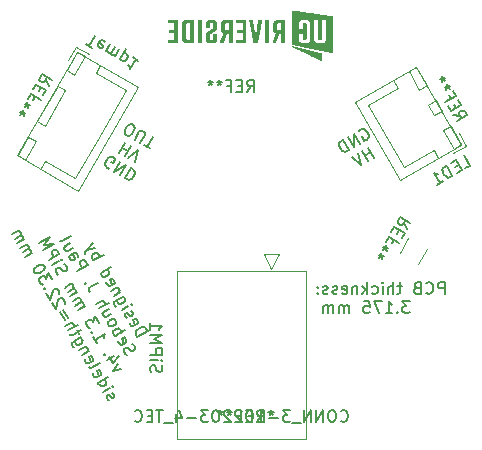
<source format=gbr>
%TF.GenerationSoftware,KiCad,Pcbnew,8.0.2-1*%
%TF.CreationDate,2024-08-06T16:02:12-04:00*%
%TF.ProjectId,Untitled,556e7469-746c-4656-942e-6b696361645f,rev?*%
%TF.SameCoordinates,Original*%
%TF.FileFunction,Legend,Bot*%
%TF.FilePolarity,Positive*%
%FSLAX46Y46*%
G04 Gerber Fmt 4.6, Leading zero omitted, Abs format (unit mm)*
G04 Created by KiCad (PCBNEW 8.0.2-1) date 2024-08-06 16:02:12*
%MOMM*%
%LPD*%
G01*
G04 APERTURE LIST*
%ADD10C,0.150000*%
%ADD11C,0.120000*%
%ADD12C,0.000000*%
G04 APERTURE END LIST*
D10*
X120863220Y-64859875D02*
X120863220Y-63859875D01*
X120863220Y-63859875D02*
X120482268Y-63859875D01*
X120482268Y-63859875D02*
X120387030Y-63907494D01*
X120387030Y-63907494D02*
X120339411Y-63955113D01*
X120339411Y-63955113D02*
X120291792Y-64050351D01*
X120291792Y-64050351D02*
X120291792Y-64193208D01*
X120291792Y-64193208D02*
X120339411Y-64288446D01*
X120339411Y-64288446D02*
X120387030Y-64336065D01*
X120387030Y-64336065D02*
X120482268Y-64383684D01*
X120482268Y-64383684D02*
X120863220Y-64383684D01*
X119291792Y-64764636D02*
X119339411Y-64812256D01*
X119339411Y-64812256D02*
X119482268Y-64859875D01*
X119482268Y-64859875D02*
X119577506Y-64859875D01*
X119577506Y-64859875D02*
X119720363Y-64812256D01*
X119720363Y-64812256D02*
X119815601Y-64717017D01*
X119815601Y-64717017D02*
X119863220Y-64621779D01*
X119863220Y-64621779D02*
X119910839Y-64431303D01*
X119910839Y-64431303D02*
X119910839Y-64288446D01*
X119910839Y-64288446D02*
X119863220Y-64097970D01*
X119863220Y-64097970D02*
X119815601Y-64002732D01*
X119815601Y-64002732D02*
X119720363Y-63907494D01*
X119720363Y-63907494D02*
X119577506Y-63859875D01*
X119577506Y-63859875D02*
X119482268Y-63859875D01*
X119482268Y-63859875D02*
X119339411Y-63907494D01*
X119339411Y-63907494D02*
X119291792Y-63955113D01*
X118529887Y-64336065D02*
X118387030Y-64383684D01*
X118387030Y-64383684D02*
X118339411Y-64431303D01*
X118339411Y-64431303D02*
X118291792Y-64526541D01*
X118291792Y-64526541D02*
X118291792Y-64669398D01*
X118291792Y-64669398D02*
X118339411Y-64764636D01*
X118339411Y-64764636D02*
X118387030Y-64812256D01*
X118387030Y-64812256D02*
X118482268Y-64859875D01*
X118482268Y-64859875D02*
X118863220Y-64859875D01*
X118863220Y-64859875D02*
X118863220Y-63859875D01*
X118863220Y-63859875D02*
X118529887Y-63859875D01*
X118529887Y-63859875D02*
X118434649Y-63907494D01*
X118434649Y-63907494D02*
X118387030Y-63955113D01*
X118387030Y-63955113D02*
X118339411Y-64050351D01*
X118339411Y-64050351D02*
X118339411Y-64145589D01*
X118339411Y-64145589D02*
X118387030Y-64240827D01*
X118387030Y-64240827D02*
X118434649Y-64288446D01*
X118434649Y-64288446D02*
X118529887Y-64336065D01*
X118529887Y-64336065D02*
X118863220Y-64336065D01*
X117244172Y-64193208D02*
X116863220Y-64193208D01*
X117101315Y-63859875D02*
X117101315Y-64717017D01*
X117101315Y-64717017D02*
X117053696Y-64812256D01*
X117053696Y-64812256D02*
X116958458Y-64859875D01*
X116958458Y-64859875D02*
X116863220Y-64859875D01*
X116529886Y-64859875D02*
X116529886Y-63859875D01*
X116101315Y-64859875D02*
X116101315Y-64336065D01*
X116101315Y-64336065D02*
X116148934Y-64240827D01*
X116148934Y-64240827D02*
X116244172Y-64193208D01*
X116244172Y-64193208D02*
X116387029Y-64193208D01*
X116387029Y-64193208D02*
X116482267Y-64240827D01*
X116482267Y-64240827D02*
X116529886Y-64288446D01*
X115625124Y-64859875D02*
X115625124Y-64193208D01*
X115625124Y-63859875D02*
X115672743Y-63907494D01*
X115672743Y-63907494D02*
X115625124Y-63955113D01*
X115625124Y-63955113D02*
X115577505Y-63907494D01*
X115577505Y-63907494D02*
X115625124Y-63859875D01*
X115625124Y-63859875D02*
X115625124Y-63955113D01*
X114720363Y-64812256D02*
X114815601Y-64859875D01*
X114815601Y-64859875D02*
X115006077Y-64859875D01*
X115006077Y-64859875D02*
X115101315Y-64812256D01*
X115101315Y-64812256D02*
X115148934Y-64764636D01*
X115148934Y-64764636D02*
X115196553Y-64669398D01*
X115196553Y-64669398D02*
X115196553Y-64383684D01*
X115196553Y-64383684D02*
X115148934Y-64288446D01*
X115148934Y-64288446D02*
X115101315Y-64240827D01*
X115101315Y-64240827D02*
X115006077Y-64193208D01*
X115006077Y-64193208D02*
X114815601Y-64193208D01*
X114815601Y-64193208D02*
X114720363Y-64240827D01*
X114291791Y-64859875D02*
X114291791Y-63859875D01*
X114196553Y-64478922D02*
X113910839Y-64859875D01*
X113910839Y-64193208D02*
X114291791Y-64574160D01*
X113482267Y-64193208D02*
X113482267Y-64859875D01*
X113482267Y-64288446D02*
X113434648Y-64240827D01*
X113434648Y-64240827D02*
X113339410Y-64193208D01*
X113339410Y-64193208D02*
X113196553Y-64193208D01*
X113196553Y-64193208D02*
X113101315Y-64240827D01*
X113101315Y-64240827D02*
X113053696Y-64336065D01*
X113053696Y-64336065D02*
X113053696Y-64859875D01*
X112196553Y-64812256D02*
X112291791Y-64859875D01*
X112291791Y-64859875D02*
X112482267Y-64859875D01*
X112482267Y-64859875D02*
X112577505Y-64812256D01*
X112577505Y-64812256D02*
X112625124Y-64717017D01*
X112625124Y-64717017D02*
X112625124Y-64336065D01*
X112625124Y-64336065D02*
X112577505Y-64240827D01*
X112577505Y-64240827D02*
X112482267Y-64193208D01*
X112482267Y-64193208D02*
X112291791Y-64193208D01*
X112291791Y-64193208D02*
X112196553Y-64240827D01*
X112196553Y-64240827D02*
X112148934Y-64336065D01*
X112148934Y-64336065D02*
X112148934Y-64431303D01*
X112148934Y-64431303D02*
X112625124Y-64526541D01*
X111767981Y-64812256D02*
X111672743Y-64859875D01*
X111672743Y-64859875D02*
X111482267Y-64859875D01*
X111482267Y-64859875D02*
X111387029Y-64812256D01*
X111387029Y-64812256D02*
X111339410Y-64717017D01*
X111339410Y-64717017D02*
X111339410Y-64669398D01*
X111339410Y-64669398D02*
X111387029Y-64574160D01*
X111387029Y-64574160D02*
X111482267Y-64526541D01*
X111482267Y-64526541D02*
X111625124Y-64526541D01*
X111625124Y-64526541D02*
X111720362Y-64478922D01*
X111720362Y-64478922D02*
X111767981Y-64383684D01*
X111767981Y-64383684D02*
X111767981Y-64336065D01*
X111767981Y-64336065D02*
X111720362Y-64240827D01*
X111720362Y-64240827D02*
X111625124Y-64193208D01*
X111625124Y-64193208D02*
X111482267Y-64193208D01*
X111482267Y-64193208D02*
X111387029Y-64240827D01*
X110958457Y-64812256D02*
X110863219Y-64859875D01*
X110863219Y-64859875D02*
X110672743Y-64859875D01*
X110672743Y-64859875D02*
X110577505Y-64812256D01*
X110577505Y-64812256D02*
X110529886Y-64717017D01*
X110529886Y-64717017D02*
X110529886Y-64669398D01*
X110529886Y-64669398D02*
X110577505Y-64574160D01*
X110577505Y-64574160D02*
X110672743Y-64526541D01*
X110672743Y-64526541D02*
X110815600Y-64526541D01*
X110815600Y-64526541D02*
X110910838Y-64478922D01*
X110910838Y-64478922D02*
X110958457Y-64383684D01*
X110958457Y-64383684D02*
X110958457Y-64336065D01*
X110958457Y-64336065D02*
X110910838Y-64240827D01*
X110910838Y-64240827D02*
X110815600Y-64193208D01*
X110815600Y-64193208D02*
X110672743Y-64193208D01*
X110672743Y-64193208D02*
X110577505Y-64240827D01*
X110101314Y-64764636D02*
X110053695Y-64812256D01*
X110053695Y-64812256D02*
X110101314Y-64859875D01*
X110101314Y-64859875D02*
X110148933Y-64812256D01*
X110148933Y-64812256D02*
X110101314Y-64764636D01*
X110101314Y-64764636D02*
X110101314Y-64859875D01*
X110101314Y-64240827D02*
X110053695Y-64288446D01*
X110053695Y-64288446D02*
X110101314Y-64336065D01*
X110101314Y-64336065D02*
X110148933Y-64288446D01*
X110148933Y-64288446D02*
X110101314Y-64240827D01*
X110101314Y-64240827D02*
X110101314Y-64336065D01*
X117910838Y-65469819D02*
X117291791Y-65469819D01*
X117291791Y-65469819D02*
X117625124Y-65850771D01*
X117625124Y-65850771D02*
X117482267Y-65850771D01*
X117482267Y-65850771D02*
X117387029Y-65898390D01*
X117387029Y-65898390D02*
X117339410Y-65946009D01*
X117339410Y-65946009D02*
X117291791Y-66041247D01*
X117291791Y-66041247D02*
X117291791Y-66279342D01*
X117291791Y-66279342D02*
X117339410Y-66374580D01*
X117339410Y-66374580D02*
X117387029Y-66422200D01*
X117387029Y-66422200D02*
X117482267Y-66469819D01*
X117482267Y-66469819D02*
X117767981Y-66469819D01*
X117767981Y-66469819D02*
X117863219Y-66422200D01*
X117863219Y-66422200D02*
X117910838Y-66374580D01*
X116863219Y-66374580D02*
X116815600Y-66422200D01*
X116815600Y-66422200D02*
X116863219Y-66469819D01*
X116863219Y-66469819D02*
X116910838Y-66422200D01*
X116910838Y-66422200D02*
X116863219Y-66374580D01*
X116863219Y-66374580D02*
X116863219Y-66469819D01*
X115863220Y-66469819D02*
X116434648Y-66469819D01*
X116148934Y-66469819D02*
X116148934Y-65469819D01*
X116148934Y-65469819D02*
X116244172Y-65612676D01*
X116244172Y-65612676D02*
X116339410Y-65707914D01*
X116339410Y-65707914D02*
X116434648Y-65755533D01*
X115529886Y-65469819D02*
X114863220Y-65469819D01*
X114863220Y-65469819D02*
X115291791Y-66469819D01*
X114006077Y-65469819D02*
X114482267Y-65469819D01*
X114482267Y-65469819D02*
X114529886Y-65946009D01*
X114529886Y-65946009D02*
X114482267Y-65898390D01*
X114482267Y-65898390D02*
X114387029Y-65850771D01*
X114387029Y-65850771D02*
X114148934Y-65850771D01*
X114148934Y-65850771D02*
X114053696Y-65898390D01*
X114053696Y-65898390D02*
X114006077Y-65946009D01*
X114006077Y-65946009D02*
X113958458Y-66041247D01*
X113958458Y-66041247D02*
X113958458Y-66279342D01*
X113958458Y-66279342D02*
X114006077Y-66374580D01*
X114006077Y-66374580D02*
X114053696Y-66422200D01*
X114053696Y-66422200D02*
X114148934Y-66469819D01*
X114148934Y-66469819D02*
X114387029Y-66469819D01*
X114387029Y-66469819D02*
X114482267Y-66422200D01*
X114482267Y-66422200D02*
X114529886Y-66374580D01*
X112767981Y-66469819D02*
X112767981Y-65803152D01*
X112767981Y-65898390D02*
X112720362Y-65850771D01*
X112720362Y-65850771D02*
X112625124Y-65803152D01*
X112625124Y-65803152D02*
X112482267Y-65803152D01*
X112482267Y-65803152D02*
X112387029Y-65850771D01*
X112387029Y-65850771D02*
X112339410Y-65946009D01*
X112339410Y-65946009D02*
X112339410Y-66469819D01*
X112339410Y-65946009D02*
X112291791Y-65850771D01*
X112291791Y-65850771D02*
X112196553Y-65803152D01*
X112196553Y-65803152D02*
X112053696Y-65803152D01*
X112053696Y-65803152D02*
X111958457Y-65850771D01*
X111958457Y-65850771D02*
X111910838Y-65946009D01*
X111910838Y-65946009D02*
X111910838Y-66469819D01*
X111434648Y-66469819D02*
X111434648Y-65803152D01*
X111434648Y-65898390D02*
X111387029Y-65850771D01*
X111387029Y-65850771D02*
X111291791Y-65803152D01*
X111291791Y-65803152D02*
X111148934Y-65803152D01*
X111148934Y-65803152D02*
X111053696Y-65850771D01*
X111053696Y-65850771D02*
X111006077Y-65946009D01*
X111006077Y-65946009D02*
X111006077Y-66469819D01*
X111006077Y-65946009D02*
X110958458Y-65850771D01*
X110958458Y-65850771D02*
X110863220Y-65803152D01*
X110863220Y-65803152D02*
X110720363Y-65803152D01*
X110720363Y-65803152D02*
X110625124Y-65850771D01*
X110625124Y-65850771D02*
X110577505Y-65946009D01*
X110577505Y-65946009D02*
X110577505Y-66469819D01*
X94854637Y-68502642D02*
X95720662Y-68002642D01*
X95720662Y-68002642D02*
X95601614Y-67796446D01*
X95601614Y-67796446D02*
X95488946Y-67696537D01*
X95488946Y-67696537D02*
X95358849Y-67661678D01*
X95358849Y-67661678D02*
X95252561Y-67668058D01*
X95252561Y-67668058D02*
X95063794Y-67722056D01*
X95063794Y-67722056D02*
X94940076Y-67793485D01*
X94940076Y-67793485D02*
X94798928Y-67929962D01*
X94798928Y-67929962D02*
X94740259Y-68018821D01*
X94740259Y-68018821D02*
X94705400Y-68148918D01*
X94705400Y-68148918D02*
X94735589Y-68296446D01*
X94735589Y-68296446D02*
X94854637Y-68502642D01*
X94205400Y-67282893D02*
X94211779Y-67389181D01*
X94211779Y-67389181D02*
X94307017Y-67554138D01*
X94307017Y-67554138D02*
X94395876Y-67612807D01*
X94395876Y-67612807D02*
X94502164Y-67606428D01*
X94502164Y-67606428D02*
X94832078Y-67415951D01*
X94832078Y-67415951D02*
X94890747Y-67327093D01*
X94890747Y-67327093D02*
X94884368Y-67220805D01*
X94884368Y-67220805D02*
X94789130Y-67055848D01*
X94789130Y-67055848D02*
X94700271Y-66997179D01*
X94700271Y-66997179D02*
X94593983Y-67003558D01*
X94593983Y-67003558D02*
X94511505Y-67051177D01*
X94511505Y-67051177D02*
X94667121Y-67511189D01*
X93991114Y-66911739D02*
X93902256Y-66853070D01*
X93902256Y-66853070D02*
X93807017Y-66688113D01*
X93807017Y-66688113D02*
X93800638Y-66581825D01*
X93800638Y-66581825D02*
X93859307Y-66492966D01*
X93859307Y-66492966D02*
X93900546Y-66469157D01*
X93900546Y-66469157D02*
X94006834Y-66462777D01*
X94006834Y-66462777D02*
X94095693Y-66521446D01*
X94095693Y-66521446D02*
X94167121Y-66645164D01*
X94167121Y-66645164D02*
X94255979Y-66703833D01*
X94255979Y-66703833D02*
X94362268Y-66697453D01*
X94362268Y-66697453D02*
X94403507Y-66673644D01*
X94403507Y-66673644D02*
X94462176Y-66584785D01*
X94462176Y-66584785D02*
X94455796Y-66478497D01*
X94455796Y-66478497D02*
X94384368Y-66354779D01*
X94384368Y-66354779D02*
X94295509Y-66296110D01*
X93521303Y-66193241D02*
X94098653Y-65859908D01*
X94387328Y-65693241D02*
X94369899Y-65758290D01*
X94369899Y-65758290D02*
X94304850Y-65740860D01*
X94304850Y-65740860D02*
X94322280Y-65675811D01*
X94322280Y-65675811D02*
X94387328Y-65693241D01*
X94387328Y-65693241D02*
X94304850Y-65740860D01*
X93646273Y-65076361D02*
X92945204Y-65481123D01*
X92945204Y-65481123D02*
X92886535Y-65569981D01*
X92886535Y-65569981D02*
X92869106Y-65635030D01*
X92869106Y-65635030D02*
X92875485Y-65741318D01*
X92875485Y-65741318D02*
X92946914Y-65865036D01*
X92946914Y-65865036D02*
X93035772Y-65923705D01*
X93110162Y-65385885D02*
X93116541Y-65492173D01*
X93116541Y-65492173D02*
X93211779Y-65657130D01*
X93211779Y-65657130D02*
X93300638Y-65715799D01*
X93300638Y-65715799D02*
X93365687Y-65733229D01*
X93365687Y-65733229D02*
X93471975Y-65726849D01*
X93471975Y-65726849D02*
X93719411Y-65583992D01*
X93719411Y-65583992D02*
X93778080Y-65495134D01*
X93778080Y-65495134D02*
X93795509Y-65430085D01*
X93795509Y-65430085D02*
X93789130Y-65323797D01*
X93789130Y-65323797D02*
X93693892Y-65158840D01*
X93693892Y-65158840D02*
X93605033Y-65100171D01*
X93408177Y-64663968D02*
X92830827Y-64997301D01*
X93325699Y-64711587D02*
X93343128Y-64646538D01*
X93343128Y-64646538D02*
X93336749Y-64540250D01*
X93336749Y-64540250D02*
X93265320Y-64416532D01*
X93265320Y-64416532D02*
X93176462Y-64357863D01*
X93176462Y-64357863D02*
X93070174Y-64364243D01*
X93070174Y-64364243D02*
X92616541Y-64626148D01*
X92229209Y-63860031D02*
X92235589Y-63966319D01*
X92235589Y-63966319D02*
X92330827Y-64131276D01*
X92330827Y-64131276D02*
X92419685Y-64189945D01*
X92419685Y-64189945D02*
X92525973Y-64183565D01*
X92525973Y-64183565D02*
X92855888Y-63993089D01*
X92855888Y-63993089D02*
X92914557Y-63904231D01*
X92914557Y-63904231D02*
X92908177Y-63797943D01*
X92908177Y-63797943D02*
X92812939Y-63632985D01*
X92812939Y-63632985D02*
X92724081Y-63574316D01*
X92724081Y-63574316D02*
X92617793Y-63580696D01*
X92617793Y-63580696D02*
X92535314Y-63628315D01*
X92535314Y-63628315D02*
X92690931Y-64088327D01*
X91735589Y-63100293D02*
X92601614Y-62600293D01*
X91776828Y-63076484D02*
X91783208Y-63182772D01*
X91783208Y-63182772D02*
X91878446Y-63347729D01*
X91878446Y-63347729D02*
X91967304Y-63406398D01*
X91967304Y-63406398D02*
X92032353Y-63423828D01*
X92032353Y-63423828D02*
X92138641Y-63417448D01*
X92138641Y-63417448D02*
X92386077Y-63274591D01*
X92386077Y-63274591D02*
X92444746Y-63185733D01*
X92444746Y-63185733D02*
X92462176Y-63120684D01*
X92462176Y-63120684D02*
X92455796Y-63014396D01*
X92455796Y-63014396D02*
X92360558Y-62849438D01*
X92360558Y-62849438D02*
X92271700Y-62790769D01*
X91116541Y-62028071D02*
X91982566Y-61528071D01*
X91652652Y-61718547D02*
X91646272Y-61612259D01*
X91646272Y-61612259D02*
X91551034Y-61447302D01*
X91551034Y-61447302D02*
X91462176Y-61388633D01*
X91462176Y-61388633D02*
X91397127Y-61371203D01*
X91397127Y-61371203D02*
X91290839Y-61377583D01*
X91290839Y-61377583D02*
X91043403Y-61520440D01*
X91043403Y-61520440D02*
X90984734Y-61609298D01*
X90984734Y-61609298D02*
X90967304Y-61674347D01*
X90967304Y-61674347D02*
X90973684Y-61780635D01*
X90973684Y-61780635D02*
X91068922Y-61945592D01*
X91068922Y-61945592D02*
X91157780Y-62004261D01*
X91289129Y-60993669D02*
X90592731Y-61120806D01*
X91051034Y-60581276D02*
X90592731Y-61120806D01*
X90592731Y-61120806D02*
X90434154Y-61322332D01*
X90434154Y-61322332D02*
X90416724Y-61387381D01*
X90416724Y-61387381D02*
X90423104Y-61493669D01*
X93930195Y-70026112D02*
X93817527Y-69926204D01*
X93817527Y-69926204D02*
X93698480Y-69720007D01*
X93698480Y-69720007D02*
X93692100Y-69613719D01*
X93692100Y-69613719D02*
X93709530Y-69548671D01*
X93709530Y-69548671D02*
X93768199Y-69459812D01*
X93768199Y-69459812D02*
X93850678Y-69412193D01*
X93850678Y-69412193D02*
X93956966Y-69405813D01*
X93956966Y-69405813D02*
X94022015Y-69423243D01*
X94022015Y-69423243D02*
X94110873Y-69481912D01*
X94110873Y-69481912D02*
X94247350Y-69623060D01*
X94247350Y-69623060D02*
X94336209Y-69681729D01*
X94336209Y-69681729D02*
X94401257Y-69699159D01*
X94401257Y-69699159D02*
X94507546Y-69692779D01*
X94507546Y-69692779D02*
X94590024Y-69645160D01*
X94590024Y-69645160D02*
X94648693Y-69556302D01*
X94648693Y-69556302D02*
X94666123Y-69491253D01*
X94666123Y-69491253D02*
X94659743Y-69384965D01*
X94659743Y-69384965D02*
X94540696Y-69178768D01*
X94540696Y-69178768D02*
X94428028Y-69078860D01*
X93239719Y-68830172D02*
X93246099Y-68936461D01*
X93246099Y-68936461D02*
X93341337Y-69101418D01*
X93341337Y-69101418D02*
X93430195Y-69160087D01*
X93430195Y-69160087D02*
X93536483Y-69153707D01*
X93536483Y-69153707D02*
X93866398Y-68963231D01*
X93866398Y-68963231D02*
X93925067Y-68874373D01*
X93925067Y-68874373D02*
X93918687Y-68768085D01*
X93918687Y-68768085D02*
X93823449Y-68603127D01*
X93823449Y-68603127D02*
X93734591Y-68544458D01*
X93734591Y-68544458D02*
X93628303Y-68550838D01*
X93628303Y-68550838D02*
X93545824Y-68598457D01*
X93545824Y-68598457D02*
X93701441Y-69058469D01*
X92960385Y-68441589D02*
X93826410Y-67941589D01*
X93496495Y-68132065D02*
X93490116Y-68025777D01*
X93490116Y-68025777D02*
X93394878Y-67860820D01*
X93394878Y-67860820D02*
X93306019Y-67802151D01*
X93306019Y-67802151D02*
X93240970Y-67784721D01*
X93240970Y-67784721D02*
X93134682Y-67791101D01*
X93134682Y-67791101D02*
X92887247Y-67933958D01*
X92887247Y-67933958D02*
X92828577Y-68022816D01*
X92828577Y-68022816D02*
X92811148Y-68087865D01*
X92811148Y-68087865D02*
X92817527Y-68194153D01*
X92817527Y-68194153D02*
X92912765Y-68359110D01*
X92912765Y-68359110D02*
X93001624Y-68417779D01*
X92436575Y-67534324D02*
X92525433Y-67592993D01*
X92525433Y-67592993D02*
X92590482Y-67610423D01*
X92590482Y-67610423D02*
X92696770Y-67604043D01*
X92696770Y-67604043D02*
X92944206Y-67461186D01*
X92944206Y-67461186D02*
X93002875Y-67372328D01*
X93002875Y-67372328D02*
X93020305Y-67307279D01*
X93020305Y-67307279D02*
X93013925Y-67200991D01*
X93013925Y-67200991D02*
X92942497Y-67077273D01*
X92942497Y-67077273D02*
X92853638Y-67018604D01*
X92853638Y-67018604D02*
X92788589Y-67001174D01*
X92788589Y-67001174D02*
X92682301Y-67007554D01*
X92682301Y-67007554D02*
X92434866Y-67150411D01*
X92434866Y-67150411D02*
X92376196Y-67239269D01*
X92376196Y-67239269D02*
X92358767Y-67304318D01*
X92358767Y-67304318D02*
X92365146Y-67410606D01*
X92365146Y-67410606D02*
X92436575Y-67534324D01*
X92418687Y-66170008D02*
X91841337Y-66503341D01*
X92632973Y-66541162D02*
X92179340Y-66803067D01*
X92179340Y-66803067D02*
X92073052Y-66809446D01*
X92073052Y-66809446D02*
X91984194Y-66750777D01*
X91984194Y-66750777D02*
X91912765Y-66627059D01*
X91912765Y-66627059D02*
X91906386Y-66520771D01*
X91906386Y-66520771D02*
X91923815Y-66455722D01*
X91603242Y-66090948D02*
X92469267Y-65590948D01*
X91388956Y-65719794D02*
X91842588Y-65457890D01*
X91842588Y-65457890D02*
X91948876Y-65451510D01*
X91948876Y-65451510D02*
X92037735Y-65510179D01*
X92037735Y-65510179D02*
X92109163Y-65633897D01*
X92109163Y-65633897D02*
X92115543Y-65740185D01*
X92115543Y-65740185D02*
X92098113Y-65805234D01*
X91493076Y-63900136D02*
X90874487Y-64257279D01*
X90874487Y-64257279D02*
X90774578Y-64369947D01*
X90774578Y-64369947D02*
X90739719Y-64500045D01*
X90739719Y-64500045D02*
X90769908Y-64647572D01*
X90769908Y-64647572D02*
X90817527Y-64730051D01*
X90471434Y-63940124D02*
X90406385Y-63922694D01*
X90406385Y-63922694D02*
X90388956Y-63987743D01*
X90388956Y-63987743D02*
X90454004Y-64005173D01*
X90454004Y-64005173D02*
X90471434Y-63940124D01*
X90471434Y-63940124D02*
X90388956Y-63987743D01*
X89769908Y-62915521D02*
X90635933Y-62415521D01*
X90635933Y-62415521D02*
X90445457Y-62085607D01*
X90445457Y-62085607D02*
X90356599Y-62026938D01*
X90356599Y-62026938D02*
X90291550Y-62009508D01*
X90291550Y-62009508D02*
X90185262Y-62015888D01*
X90185262Y-62015888D02*
X90061544Y-62087316D01*
X90061544Y-62087316D02*
X90002875Y-62176175D01*
X90002875Y-62176175D02*
X89985445Y-62241224D01*
X89985445Y-62241224D02*
X89991825Y-62347512D01*
X89991825Y-62347512D02*
X90182301Y-62677426D01*
X89055622Y-61678342D02*
X89509255Y-61416438D01*
X89509255Y-61416438D02*
X89615543Y-61410058D01*
X89615543Y-61410058D02*
X89704401Y-61468727D01*
X89704401Y-61468727D02*
X89799639Y-61633684D01*
X89799639Y-61633684D02*
X89806019Y-61739972D01*
X89096862Y-61654533D02*
X89103241Y-61760821D01*
X89103241Y-61760821D02*
X89222289Y-61967017D01*
X89222289Y-61967017D02*
X89311147Y-62025687D01*
X89311147Y-62025687D02*
X89417435Y-62019307D01*
X89417435Y-62019307D02*
X89499914Y-61971688D01*
X89499914Y-61971688D02*
X89558583Y-61882829D01*
X89558583Y-61882829D02*
X89552203Y-61776541D01*
X89552203Y-61776541D02*
X89433156Y-61570345D01*
X89433156Y-61570345D02*
X89426776Y-61464057D01*
X89180592Y-60561462D02*
X88603241Y-60894795D01*
X89394877Y-60932616D02*
X88941245Y-61194521D01*
X88941245Y-61194521D02*
X88834957Y-61200900D01*
X88834957Y-61200900D02*
X88746098Y-61142231D01*
X88746098Y-61142231D02*
X88674670Y-61018513D01*
X88674670Y-61018513D02*
X88668290Y-60912225D01*
X88668290Y-60912225D02*
X88685720Y-60847176D01*
X88293717Y-60358684D02*
X88382576Y-60417353D01*
X88382576Y-60417353D02*
X88488864Y-60410974D01*
X88488864Y-60410974D02*
X89231171Y-59982402D01*
X93488720Y-71243247D02*
X92792322Y-71370384D01*
X92792322Y-71370384D02*
X93250625Y-70830854D01*
X92845863Y-70129786D02*
X92268513Y-70463119D01*
X93294825Y-70145506D02*
X92795283Y-70708846D01*
X92795283Y-70708846D02*
X92485759Y-70172735D01*
X92089087Y-69961868D02*
X92024038Y-69944438D01*
X92024038Y-69944438D02*
X92006608Y-70009487D01*
X92006608Y-70009487D02*
X92071657Y-70026917D01*
X92071657Y-70026917D02*
X92089087Y-69961868D01*
X92089087Y-69961868D02*
X92006608Y-70009487D01*
X91125656Y-68483633D02*
X91411370Y-68978504D01*
X91268513Y-68731069D02*
X92134538Y-68231069D01*
X92134538Y-68231069D02*
X92058439Y-68384976D01*
X92058439Y-68384976D02*
X92023580Y-68515073D01*
X92023580Y-68515073D02*
X92029960Y-68621362D01*
X90993849Y-68064860D02*
X90928800Y-68047430D01*
X90928800Y-68047430D02*
X90911370Y-68112479D01*
X90911370Y-68112479D02*
X90976419Y-68129909D01*
X90976419Y-68129909D02*
X90993849Y-68064860D01*
X90993849Y-68064860D02*
X90911370Y-68112479D01*
X91586919Y-67282565D02*
X91277396Y-66746454D01*
X91277396Y-66746454D02*
X91114148Y-67225605D01*
X91114148Y-67225605D02*
X91042719Y-67101887D01*
X91042719Y-67101887D02*
X90953861Y-67043218D01*
X90953861Y-67043218D02*
X90888812Y-67025788D01*
X90888812Y-67025788D02*
X90782524Y-67032168D01*
X90782524Y-67032168D02*
X90576327Y-67151216D01*
X90576327Y-67151216D02*
X90517658Y-67240074D01*
X90517658Y-67240074D02*
X90500229Y-67305123D01*
X90500229Y-67305123D02*
X90506608Y-67411411D01*
X90506608Y-67411411D02*
X90649466Y-67658847D01*
X90649466Y-67658847D02*
X90738324Y-67717516D01*
X90738324Y-67717516D02*
X90803373Y-67734946D01*
X89816132Y-66215471D02*
X90393482Y-65882138D01*
X90311004Y-65929757D02*
X90328433Y-65864708D01*
X90328433Y-65864708D02*
X90322054Y-65758420D01*
X90322054Y-65758420D02*
X90250625Y-65634702D01*
X90250625Y-65634702D02*
X90161767Y-65576033D01*
X90161767Y-65576033D02*
X90055479Y-65582413D01*
X90055479Y-65582413D02*
X89601846Y-65844317D01*
X90055479Y-65582413D02*
X90114148Y-65493554D01*
X90114148Y-65493554D02*
X90107768Y-65387266D01*
X90107768Y-65387266D02*
X90036339Y-65263548D01*
X90036339Y-65263548D02*
X89947481Y-65204879D01*
X89947481Y-65204879D02*
X89841193Y-65211259D01*
X89841193Y-65211259D02*
X89387561Y-65473164D01*
X89149466Y-65060771D02*
X89726816Y-64727437D01*
X89644337Y-64775057D02*
X89661767Y-64710008D01*
X89661767Y-64710008D02*
X89655387Y-64603720D01*
X89655387Y-64603720D02*
X89583959Y-64480002D01*
X89583959Y-64480002D02*
X89495100Y-64421333D01*
X89495100Y-64421333D02*
X89388812Y-64427712D01*
X89388812Y-64427712D02*
X88935180Y-64689617D01*
X89388812Y-64427712D02*
X89447481Y-64338854D01*
X89447481Y-64338854D02*
X89441102Y-64232566D01*
X89441102Y-64232566D02*
X89369673Y-64108848D01*
X89369673Y-64108848D02*
X89280815Y-64050179D01*
X89280815Y-64050179D02*
X89174526Y-64056559D01*
X89174526Y-64056559D02*
X88720894Y-64318463D01*
X88166895Y-63263671D02*
X88054227Y-63163763D01*
X88054227Y-63163763D02*
X87935180Y-62957566D01*
X87935180Y-62957566D02*
X87928800Y-62851278D01*
X87928800Y-62851278D02*
X87946230Y-62786229D01*
X87946230Y-62786229D02*
X88004899Y-62697371D01*
X88004899Y-62697371D02*
X88087378Y-62649752D01*
X88087378Y-62649752D02*
X88193666Y-62643372D01*
X88193666Y-62643372D02*
X88258715Y-62660802D01*
X88258715Y-62660802D02*
X88347573Y-62719471D01*
X88347573Y-62719471D02*
X88484050Y-62860619D01*
X88484050Y-62860619D02*
X88572909Y-62919288D01*
X88572909Y-62919288D02*
X88637957Y-62936718D01*
X88637957Y-62936718D02*
X88744246Y-62930338D01*
X88744246Y-62930338D02*
X88826724Y-62882719D01*
X88826724Y-62882719D02*
X88885393Y-62793861D01*
X88885393Y-62793861D02*
X88902823Y-62728812D01*
X88902823Y-62728812D02*
X88896443Y-62622524D01*
X88896443Y-62622524D02*
X88777396Y-62416327D01*
X88777396Y-62416327D02*
X88664728Y-62316419D01*
X87625656Y-62421455D02*
X88203006Y-62088122D01*
X88491681Y-61921455D02*
X88474252Y-61986504D01*
X88474252Y-61986504D02*
X88409203Y-61969074D01*
X88409203Y-61969074D02*
X88426633Y-61904026D01*
X88426633Y-61904026D02*
X88491681Y-61921455D01*
X88491681Y-61921455D02*
X88409203Y-61969074D01*
X87387561Y-62009063D02*
X88253586Y-61509063D01*
X88253586Y-61509063D02*
X88063110Y-61179148D01*
X88063110Y-61179148D02*
X87974252Y-61120479D01*
X87974252Y-61120479D02*
X87909203Y-61103049D01*
X87909203Y-61103049D02*
X87802915Y-61109429D01*
X87802915Y-61109429D02*
X87679197Y-61180858D01*
X87679197Y-61180858D02*
X87620528Y-61269716D01*
X87620528Y-61269716D02*
X87603098Y-61334765D01*
X87603098Y-61334765D02*
X87609478Y-61441053D01*
X87609478Y-61441053D02*
X87799954Y-61770967D01*
X86887561Y-61143037D02*
X87753586Y-60643037D01*
X87753586Y-60643037D02*
X86968330Y-60711505D01*
X86968330Y-60711505D02*
X87420253Y-60065687D01*
X87420253Y-60065687D02*
X86554228Y-60565687D01*
X92427405Y-73862978D02*
X92338547Y-73804309D01*
X92338547Y-73804309D02*
X92243309Y-73639352D01*
X92243309Y-73639352D02*
X92236929Y-73533064D01*
X92236929Y-73533064D02*
X92295598Y-73444206D01*
X92295598Y-73444206D02*
X92336838Y-73420396D01*
X92336838Y-73420396D02*
X92443126Y-73414016D01*
X92443126Y-73414016D02*
X92531984Y-73472685D01*
X92531984Y-73472685D02*
X92603413Y-73596403D01*
X92603413Y-73596403D02*
X92692271Y-73655072D01*
X92692271Y-73655072D02*
X92798559Y-73648693D01*
X92798559Y-73648693D02*
X92839798Y-73624883D01*
X92839798Y-73624883D02*
X92898467Y-73536025D01*
X92898467Y-73536025D02*
X92892088Y-73429737D01*
X92892088Y-73429737D02*
X92820659Y-73306019D01*
X92820659Y-73306019D02*
X92731801Y-73247350D01*
X91957595Y-73144480D02*
X92534945Y-72811147D01*
X92823620Y-72644480D02*
X92806190Y-72709529D01*
X92806190Y-72709529D02*
X92741141Y-72692099D01*
X92741141Y-72692099D02*
X92758571Y-72627050D01*
X92758571Y-72627050D02*
X92823620Y-72644480D01*
X92823620Y-72644480D02*
X92741141Y-72692099D01*
X91505214Y-72360934D02*
X92371239Y-71860934D01*
X91546453Y-72337124D02*
X91552833Y-72443412D01*
X91552833Y-72443412D02*
X91648071Y-72608370D01*
X91648071Y-72608370D02*
X91736929Y-72667039D01*
X91736929Y-72667039D02*
X91801978Y-72684469D01*
X91801978Y-72684469D02*
X91908266Y-72678089D01*
X91908266Y-72678089D02*
X92155702Y-72535232D01*
X92155702Y-72535232D02*
X92214371Y-72446373D01*
X92214371Y-72446373D02*
X92231801Y-72381324D01*
X92231801Y-72381324D02*
X92225421Y-72275036D01*
X92225421Y-72275036D02*
X92130183Y-72110079D01*
X92130183Y-72110079D02*
X92041325Y-72051410D01*
X91117882Y-71594817D02*
X91124261Y-71701105D01*
X91124261Y-71701105D02*
X91219499Y-71866062D01*
X91219499Y-71866062D02*
X91308358Y-71924731D01*
X91308358Y-71924731D02*
X91414646Y-71918351D01*
X91414646Y-71918351D02*
X91744560Y-71727875D01*
X91744560Y-71727875D02*
X91803229Y-71639017D01*
X91803229Y-71639017D02*
X91796850Y-71532729D01*
X91796850Y-71532729D02*
X91701612Y-71367772D01*
X91701612Y-71367772D02*
X91612753Y-71309102D01*
X91612753Y-71309102D02*
X91506465Y-71315482D01*
X91506465Y-71315482D02*
X91423987Y-71363101D01*
X91423987Y-71363101D02*
X91579603Y-71823113D01*
X90767118Y-71082515D02*
X90855977Y-71141184D01*
X90855977Y-71141184D02*
X90962265Y-71134805D01*
X90962265Y-71134805D02*
X91704572Y-70706233D01*
X90427405Y-70398876D02*
X90433785Y-70505165D01*
X90433785Y-70505165D02*
X90529023Y-70670122D01*
X90529023Y-70670122D02*
X90617881Y-70728791D01*
X90617881Y-70728791D02*
X90724169Y-70722411D01*
X90724169Y-70722411D02*
X91054084Y-70531935D01*
X91054084Y-70531935D02*
X91112753Y-70443077D01*
X91112753Y-70443077D02*
X91106373Y-70336788D01*
X91106373Y-70336788D02*
X91011135Y-70171831D01*
X91011135Y-70171831D02*
X90922277Y-70113162D01*
X90922277Y-70113162D02*
X90815989Y-70119542D01*
X90815989Y-70119542D02*
X90733510Y-70167161D01*
X90733510Y-70167161D02*
X90889127Y-70627173D01*
X90725421Y-69676959D02*
X90148071Y-70010293D01*
X90642942Y-69724578D02*
X90660372Y-69659530D01*
X90660372Y-69659530D02*
X90653992Y-69553241D01*
X90653992Y-69553241D02*
X90582564Y-69429524D01*
X90582564Y-69429524D02*
X90493705Y-69370854D01*
X90493705Y-69370854D02*
X90387417Y-69377234D01*
X90387417Y-69377234D02*
X89933785Y-69639139D01*
X90058754Y-68522259D02*
X89357686Y-68927021D01*
X89357686Y-68927021D02*
X89299017Y-69015879D01*
X89299017Y-69015879D02*
X89281587Y-69080928D01*
X89281587Y-69080928D02*
X89287967Y-69187216D01*
X89287967Y-69187216D02*
X89359395Y-69310934D01*
X89359395Y-69310934D02*
X89448254Y-69369603D01*
X89522643Y-68831783D02*
X89529023Y-68938071D01*
X89529023Y-68938071D02*
X89624261Y-69103028D01*
X89624261Y-69103028D02*
X89713119Y-69161697D01*
X89713119Y-69161697D02*
X89778168Y-69179127D01*
X89778168Y-69179127D02*
X89884456Y-69172747D01*
X89884456Y-69172747D02*
X90131892Y-69029890D01*
X90131892Y-69029890D02*
X90190561Y-68941032D01*
X90190561Y-68941032D02*
X90207991Y-68875983D01*
X90207991Y-68875983D02*
X90201611Y-68769695D01*
X90201611Y-68769695D02*
X90106373Y-68604737D01*
X90106373Y-68604737D02*
X90017515Y-68546068D01*
X89892087Y-68233584D02*
X89701611Y-67903669D01*
X90109334Y-67943199D02*
X89367026Y-68371770D01*
X89367026Y-68371770D02*
X89260738Y-68378150D01*
X89260738Y-68378150D02*
X89171880Y-68319481D01*
X89171880Y-68319481D02*
X89124261Y-68237002D01*
X88957594Y-67948327D02*
X89823619Y-67448327D01*
X88743308Y-67577173D02*
X89196941Y-67315268D01*
X89196941Y-67315268D02*
X89303229Y-67308889D01*
X89303229Y-67308889D02*
X89392087Y-67367558D01*
X89392087Y-67367558D02*
X89463516Y-67491276D01*
X89463516Y-67491276D02*
X89469895Y-67597564D01*
X89469895Y-67597564D02*
X89452466Y-67662613D01*
X88958845Y-66902875D02*
X88577893Y-66243046D01*
X88330457Y-66385904D02*
X88711410Y-67045732D01*
X88693522Y-65681417D02*
X88710952Y-65616368D01*
X88710952Y-65616368D02*
X88704572Y-65510080D01*
X88704572Y-65510080D02*
X88585524Y-65303883D01*
X88585524Y-65303883D02*
X88496666Y-65245214D01*
X88496666Y-65245214D02*
X88431617Y-65227784D01*
X88431617Y-65227784D02*
X88325329Y-65234164D01*
X88325329Y-65234164D02*
X88242850Y-65281783D01*
X88242850Y-65281783D02*
X88142942Y-65394451D01*
X88142942Y-65394451D02*
X87933785Y-66175037D01*
X87933785Y-66175037D02*
X87624261Y-65638926D01*
X88217331Y-64856631D02*
X88234761Y-64791582D01*
X88234761Y-64791582D02*
X88228381Y-64685294D01*
X88228381Y-64685294D02*
X88109334Y-64479097D01*
X88109334Y-64479097D02*
X88020475Y-64420428D01*
X88020475Y-64420428D02*
X87955427Y-64402998D01*
X87955427Y-64402998D02*
X87849138Y-64409378D01*
X87849138Y-64409378D02*
X87766660Y-64456997D01*
X87766660Y-64456997D02*
X87666751Y-64569665D01*
X87666751Y-64569665D02*
X87457594Y-65350251D01*
X87457594Y-65350251D02*
X87148070Y-64814140D01*
X87016263Y-64395367D02*
X86951214Y-64377937D01*
X86951214Y-64377937D02*
X86933785Y-64442986D01*
X86933785Y-64442986D02*
X86998833Y-64460416D01*
X86998833Y-64460416D02*
X87016263Y-64395367D01*
X87016263Y-64395367D02*
X86933785Y-64442986D01*
X87609334Y-63613072D02*
X87299810Y-63076961D01*
X87299810Y-63076961D02*
X87136562Y-63556112D01*
X87136562Y-63556112D02*
X87065134Y-63432394D01*
X87065134Y-63432394D02*
X86976275Y-63373725D01*
X86976275Y-63373725D02*
X86911227Y-63356296D01*
X86911227Y-63356296D02*
X86804939Y-63362675D01*
X86804939Y-63362675D02*
X86598742Y-63481723D01*
X86598742Y-63481723D02*
X86540073Y-63570581D01*
X86540073Y-63570581D02*
X86522643Y-63635630D01*
X86522643Y-63635630D02*
X86529023Y-63741918D01*
X86529023Y-63741918D02*
X86671880Y-63989354D01*
X86671880Y-63989354D02*
X86760738Y-64048023D01*
X86760738Y-64048023D02*
X86825787Y-64065453D01*
X86990286Y-62540850D02*
X86942667Y-62458371D01*
X86942667Y-62458371D02*
X86853809Y-62399702D01*
X86853809Y-62399702D02*
X86788760Y-62382273D01*
X86788760Y-62382273D02*
X86682472Y-62388652D01*
X86682472Y-62388652D02*
X86493705Y-62442651D01*
X86493705Y-62442651D02*
X86287509Y-62561699D01*
X86287509Y-62561699D02*
X86146361Y-62698176D01*
X86146361Y-62698176D02*
X86087692Y-62787034D01*
X86087692Y-62787034D02*
X86070262Y-62852083D01*
X86070262Y-62852083D02*
X86076642Y-62958371D01*
X86076642Y-62958371D02*
X86124261Y-63040850D01*
X86124261Y-63040850D02*
X86213119Y-63099519D01*
X86213119Y-63099519D02*
X86278168Y-63116949D01*
X86278168Y-63116949D02*
X86384456Y-63110569D01*
X86384456Y-63110569D02*
X86573223Y-63056570D01*
X86573223Y-63056570D02*
X86779420Y-62937523D01*
X86779420Y-62937523D02*
X86920567Y-62801045D01*
X86920567Y-62801045D02*
X86979236Y-62712187D01*
X86979236Y-62712187D02*
X86996666Y-62647138D01*
X86996666Y-62647138D02*
X86990286Y-62540850D01*
X85362356Y-61721192D02*
X85939706Y-61387859D01*
X85857228Y-61435478D02*
X85874657Y-61370429D01*
X85874657Y-61370429D02*
X85868278Y-61264141D01*
X85868278Y-61264141D02*
X85796849Y-61140423D01*
X85796849Y-61140423D02*
X85707991Y-61081754D01*
X85707991Y-61081754D02*
X85601703Y-61088134D01*
X85601703Y-61088134D02*
X85148070Y-61350038D01*
X85601703Y-61088134D02*
X85660372Y-60999275D01*
X85660372Y-60999275D02*
X85653992Y-60892987D01*
X85653992Y-60892987D02*
X85582563Y-60769269D01*
X85582563Y-60769269D02*
X85493705Y-60710600D01*
X85493705Y-60710600D02*
X85387417Y-60716980D01*
X85387417Y-60716980D02*
X84933785Y-60978885D01*
X84695690Y-60566492D02*
X85273040Y-60233158D01*
X85190561Y-60280778D02*
X85207991Y-60215729D01*
X85207991Y-60215729D02*
X85201611Y-60109441D01*
X85201611Y-60109441D02*
X85130183Y-59985723D01*
X85130183Y-59985723D02*
X85041324Y-59927054D01*
X85041324Y-59927054D02*
X84935036Y-59933433D01*
X84935036Y-59933433D02*
X84481404Y-60195338D01*
X84935036Y-59933433D02*
X84993705Y-59844575D01*
X84993705Y-59844575D02*
X84987326Y-59738287D01*
X84987326Y-59738287D02*
X84915897Y-59614569D01*
X84915897Y-59614569D02*
X84827039Y-59555900D01*
X84827039Y-59555900D02*
X84720750Y-59562280D01*
X84720750Y-59562280D02*
X84267118Y-59824184D01*
X122596532Y-54234361D02*
X123008925Y-53996265D01*
X123008925Y-53996265D02*
X122508925Y-53130240D01*
X122045952Y-53947395D02*
X121757277Y-54114062D01*
X121895464Y-54639123D02*
X122307857Y-54401027D01*
X122307857Y-54401027D02*
X121807857Y-53535002D01*
X121807857Y-53535002D02*
X121395464Y-53773097D01*
X121524310Y-54853408D02*
X121024310Y-53987383D01*
X121024310Y-53987383D02*
X120818114Y-54106431D01*
X120818114Y-54106431D02*
X120718205Y-54219099D01*
X120718205Y-54219099D02*
X120683346Y-54349196D01*
X120683346Y-54349196D02*
X120689725Y-54455484D01*
X120689725Y-54455484D02*
X120743724Y-54644251D01*
X120743724Y-54644251D02*
X120815153Y-54767969D01*
X120815153Y-54767969D02*
X120951630Y-54909117D01*
X120951630Y-54909117D02*
X121040489Y-54967786D01*
X121040489Y-54967786D02*
X121170586Y-55002645D01*
X121170586Y-55002645D02*
X121318114Y-54972456D01*
X121318114Y-54972456D02*
X121524310Y-54853408D01*
X120204652Y-55615313D02*
X120699524Y-55329599D01*
X120452088Y-55472456D02*
X119952088Y-54606431D01*
X119952088Y-54606431D02*
X120105995Y-54682530D01*
X120105995Y-54682530D02*
X120236093Y-54717389D01*
X120236093Y-54717389D02*
X120342381Y-54711009D01*
X92486418Y-54244201D02*
X92380130Y-54237821D01*
X92380130Y-54237821D02*
X92256412Y-54166392D01*
X92256412Y-54166392D02*
X92156504Y-54053724D01*
X92156504Y-54053724D02*
X92121644Y-53923627D01*
X92121644Y-53923627D02*
X92128024Y-53817339D01*
X92128024Y-53817339D02*
X92182023Y-53628572D01*
X92182023Y-53628572D02*
X92253451Y-53504854D01*
X92253451Y-53504854D02*
X92389929Y-53363706D01*
X92389929Y-53363706D02*
X92478787Y-53305037D01*
X92478787Y-53305037D02*
X92608885Y-53270178D01*
X92608885Y-53270178D02*
X92756412Y-53300367D01*
X92756412Y-53300367D02*
X92838891Y-53347986D01*
X92838891Y-53347986D02*
X92938799Y-53460654D01*
X92938799Y-53460654D02*
X92956229Y-53525703D01*
X92956229Y-53525703D02*
X92789562Y-53814378D01*
X92789562Y-53814378D02*
X92624605Y-53719140D01*
X93375002Y-53657510D02*
X92875002Y-54523535D01*
X92875002Y-54523535D02*
X93869873Y-53943224D01*
X93869873Y-53943224D02*
X93369873Y-54809249D01*
X94282266Y-54181319D02*
X93782266Y-55047345D01*
X93782266Y-55047345D02*
X93988463Y-55166392D01*
X93988463Y-55166392D02*
X94135990Y-55196582D01*
X94135990Y-55196582D02*
X94266088Y-55161722D01*
X94266088Y-55161722D02*
X94354946Y-55103053D01*
X94354946Y-55103053D02*
X94491424Y-54961905D01*
X94491424Y-54961905D02*
X94562852Y-54838187D01*
X94562852Y-54838187D02*
X94616851Y-54649421D01*
X94616851Y-54649421D02*
X94623231Y-54543132D01*
X94623231Y-54543132D02*
X94588371Y-54413035D01*
X94588371Y-54413035D02*
X94488463Y-54300367D01*
X94488463Y-54300367D02*
X94282266Y-54181319D01*
X93808819Y-52048972D02*
X93308819Y-52914997D01*
X93546915Y-52502604D02*
X94041786Y-52788318D01*
X94303691Y-52334686D02*
X93803691Y-53200711D01*
X94092366Y-53367378D02*
X94881041Y-52668019D01*
X94881041Y-52668019D02*
X94669716Y-53700711D01*
X93866356Y-51377888D02*
X94031313Y-51473126D01*
X94031313Y-51473126D02*
X94137601Y-51479506D01*
X94137601Y-51479506D02*
X94267699Y-51444647D01*
X94267699Y-51444647D02*
X94404176Y-51303499D01*
X94404176Y-51303499D02*
X94570843Y-51014824D01*
X94570843Y-51014824D02*
X94624842Y-50826057D01*
X94624842Y-50826057D02*
X94589982Y-50695959D01*
X94589982Y-50695959D02*
X94531313Y-50607101D01*
X94531313Y-50607101D02*
X94366356Y-50511863D01*
X94366356Y-50511863D02*
X94260068Y-50505483D01*
X94260068Y-50505483D02*
X94129970Y-50540343D01*
X94129970Y-50540343D02*
X93993493Y-50681490D01*
X93993493Y-50681490D02*
X93826826Y-50970166D01*
X93826826Y-50970166D02*
X93772827Y-51158932D01*
X93772827Y-51158932D02*
X93807687Y-51289030D01*
X93807687Y-51289030D02*
X93866356Y-51377888D01*
X94608663Y-51806460D02*
X95013425Y-51105391D01*
X95013425Y-51105391D02*
X95102284Y-51046722D01*
X95102284Y-51046722D02*
X95167333Y-51029293D01*
X95167333Y-51029293D02*
X95273621Y-51035672D01*
X95273621Y-51035672D02*
X95438578Y-51130910D01*
X95438578Y-51130910D02*
X95497247Y-51219769D01*
X95497247Y-51219769D02*
X95514677Y-51284818D01*
X95514677Y-51284818D02*
X95508297Y-51391106D01*
X95508297Y-51391106D02*
X95103535Y-52092174D01*
X95392210Y-52258841D02*
X95887082Y-52544555D01*
X96139646Y-51535672D02*
X95639646Y-52401698D01*
X95992800Y-71471427D02*
X95945180Y-71328570D01*
X95945180Y-71328570D02*
X95945180Y-71090475D01*
X95945180Y-71090475D02*
X95992800Y-70995237D01*
X95992800Y-70995237D02*
X96040419Y-70947618D01*
X96040419Y-70947618D02*
X96135657Y-70899999D01*
X96135657Y-70899999D02*
X96230895Y-70899999D01*
X96230895Y-70899999D02*
X96326133Y-70947618D01*
X96326133Y-70947618D02*
X96373752Y-70995237D01*
X96373752Y-70995237D02*
X96421371Y-71090475D01*
X96421371Y-71090475D02*
X96468990Y-71280951D01*
X96468990Y-71280951D02*
X96516609Y-71376189D01*
X96516609Y-71376189D02*
X96564228Y-71423808D01*
X96564228Y-71423808D02*
X96659466Y-71471427D01*
X96659466Y-71471427D02*
X96754704Y-71471427D01*
X96754704Y-71471427D02*
X96849942Y-71423808D01*
X96849942Y-71423808D02*
X96897561Y-71376189D01*
X96897561Y-71376189D02*
X96945180Y-71280951D01*
X96945180Y-71280951D02*
X96945180Y-71042856D01*
X96945180Y-71042856D02*
X96897561Y-70899999D01*
X95945180Y-70471427D02*
X96611847Y-70471427D01*
X96945180Y-70471427D02*
X96897561Y-70519046D01*
X96897561Y-70519046D02*
X96849942Y-70471427D01*
X96849942Y-70471427D02*
X96897561Y-70423808D01*
X96897561Y-70423808D02*
X96945180Y-70471427D01*
X96945180Y-70471427D02*
X96849942Y-70471427D01*
X95945180Y-69995237D02*
X96945180Y-69995237D01*
X96945180Y-69995237D02*
X96945180Y-69614285D01*
X96945180Y-69614285D02*
X96897561Y-69519047D01*
X96897561Y-69519047D02*
X96849942Y-69471428D01*
X96849942Y-69471428D02*
X96754704Y-69423809D01*
X96754704Y-69423809D02*
X96611847Y-69423809D01*
X96611847Y-69423809D02*
X96516609Y-69471428D01*
X96516609Y-69471428D02*
X96468990Y-69519047D01*
X96468990Y-69519047D02*
X96421371Y-69614285D01*
X96421371Y-69614285D02*
X96421371Y-69995237D01*
X95945180Y-68995237D02*
X96945180Y-68995237D01*
X96945180Y-68995237D02*
X96230895Y-68661904D01*
X96230895Y-68661904D02*
X96945180Y-68328571D01*
X96945180Y-68328571D02*
X95945180Y-68328571D01*
X95945180Y-67328571D02*
X95945180Y-67899999D01*
X95945180Y-67614285D02*
X96945180Y-67614285D01*
X96945180Y-67614285D02*
X96802323Y-67709523D01*
X96802323Y-67709523D02*
X96707085Y-67804761D01*
X96707085Y-67804761D02*
X96659466Y-67899999D01*
X113608561Y-51091020D02*
X113667230Y-51002162D01*
X113667230Y-51002162D02*
X113790948Y-50930733D01*
X113790948Y-50930733D02*
X113938475Y-50900544D01*
X113938475Y-50900544D02*
X114068573Y-50935404D01*
X114068573Y-50935404D02*
X114157431Y-50994073D01*
X114157431Y-50994073D02*
X114293909Y-51135220D01*
X114293909Y-51135220D02*
X114365337Y-51258938D01*
X114365337Y-51258938D02*
X114419336Y-51447705D01*
X114419336Y-51447705D02*
X114425716Y-51553993D01*
X114425716Y-51553993D02*
X114390856Y-51684091D01*
X114390856Y-51684091D02*
X114290948Y-51796759D01*
X114290948Y-51796759D02*
X114208469Y-51844378D01*
X114208469Y-51844378D02*
X114060942Y-51874567D01*
X114060942Y-51874567D02*
X113995893Y-51857137D01*
X113995893Y-51857137D02*
X113829226Y-51568462D01*
X113829226Y-51568462D02*
X113994184Y-51473224D01*
X113672358Y-52153901D02*
X113172358Y-51287876D01*
X113172358Y-51287876D02*
X113177487Y-52439616D01*
X113177487Y-52439616D02*
X112677487Y-51573590D01*
X112765094Y-52677711D02*
X112265094Y-51811686D01*
X112265094Y-51811686D02*
X112058897Y-51930733D01*
X112058897Y-51930733D02*
X111958989Y-52043401D01*
X111958989Y-52043401D02*
X111924129Y-52173499D01*
X111924129Y-52173499D02*
X111930509Y-52279787D01*
X111930509Y-52279787D02*
X111984508Y-52468554D01*
X111984508Y-52468554D02*
X112055936Y-52592272D01*
X112055936Y-52592272D02*
X112192414Y-52733419D01*
X112192414Y-52733419D02*
X112281272Y-52792088D01*
X112281272Y-52792088D02*
X112411370Y-52826948D01*
X112411370Y-52826948D02*
X112558897Y-52796759D01*
X112558897Y-52796759D02*
X112765094Y-52677711D01*
X114848485Y-53333867D02*
X114348485Y-52467842D01*
X114586580Y-52880235D02*
X114091708Y-53165949D01*
X114353613Y-53619582D02*
X113853613Y-52753556D01*
X113564938Y-52920223D02*
X113776263Y-53952915D01*
X113776263Y-53952915D02*
X112987588Y-53253556D01*
X90527303Y-43717378D02*
X91022174Y-44003092D01*
X91274738Y-42994210D02*
X90774738Y-43860235D01*
X92116955Y-43535449D02*
X92058285Y-43446591D01*
X92058285Y-43446591D02*
X91893328Y-43351353D01*
X91893328Y-43351353D02*
X91787040Y-43344973D01*
X91787040Y-43344973D02*
X91698182Y-43403642D01*
X91698182Y-43403642D02*
X91507706Y-43733557D01*
X91507706Y-43733557D02*
X91501326Y-43839845D01*
X91501326Y-43839845D02*
X91559995Y-43928703D01*
X91559995Y-43928703D02*
X91724952Y-44023941D01*
X91724952Y-44023941D02*
X91831240Y-44030321D01*
X91831240Y-44030321D02*
X91920099Y-43971652D01*
X91920099Y-43971652D02*
X91967718Y-43889173D01*
X91967718Y-43889173D02*
X91602944Y-43568599D01*
X92553157Y-43732305D02*
X92219824Y-44309656D01*
X92267443Y-44227177D02*
X92284873Y-44292226D01*
X92284873Y-44292226D02*
X92343542Y-44381084D01*
X92343542Y-44381084D02*
X92467260Y-44452513D01*
X92467260Y-44452513D02*
X92573548Y-44458892D01*
X92573548Y-44458892D02*
X92662406Y-44400223D01*
X92662406Y-44400223D02*
X92924311Y-43946591D01*
X92662406Y-44400223D02*
X92656027Y-44506511D01*
X92656027Y-44506511D02*
X92714696Y-44595370D01*
X92714696Y-44595370D02*
X92838414Y-44666798D01*
X92838414Y-44666798D02*
X92944702Y-44673178D01*
X92944702Y-44673178D02*
X93033560Y-44614509D01*
X93033560Y-44614509D02*
X93295465Y-44160877D01*
X93374524Y-44976322D02*
X93874524Y-44110297D01*
X93398334Y-44935083D02*
X93457003Y-45023941D01*
X93457003Y-45023941D02*
X93621960Y-45119179D01*
X93621960Y-45119179D02*
X93728248Y-45125559D01*
X93728248Y-45125559D02*
X93793297Y-45108129D01*
X93793297Y-45108129D02*
X93882155Y-45049460D01*
X93882155Y-45049460D02*
X94025012Y-44802024D01*
X94025012Y-44802024D02*
X94031392Y-44695736D01*
X94031392Y-44695736D02*
X94013962Y-44630687D01*
X94013962Y-44630687D02*
X93955293Y-44541829D01*
X93955293Y-44541829D02*
X93790336Y-44446591D01*
X93790336Y-44446591D02*
X93684048Y-44440211D01*
X94945037Y-45113258D02*
X94450165Y-44827543D01*
X94697601Y-44970400D02*
X94197601Y-45836426D01*
X94197601Y-45836426D02*
X94186551Y-45665089D01*
X94186551Y-45665089D02*
X94151691Y-45534991D01*
X94151691Y-45534991D02*
X94093022Y-45446133D01*
X104133333Y-47754819D02*
X104466666Y-47278628D01*
X104704761Y-47754819D02*
X104704761Y-46754819D01*
X104704761Y-46754819D02*
X104323809Y-46754819D01*
X104323809Y-46754819D02*
X104228571Y-46802438D01*
X104228571Y-46802438D02*
X104180952Y-46850057D01*
X104180952Y-46850057D02*
X104133333Y-46945295D01*
X104133333Y-46945295D02*
X104133333Y-47088152D01*
X104133333Y-47088152D02*
X104180952Y-47183390D01*
X104180952Y-47183390D02*
X104228571Y-47231009D01*
X104228571Y-47231009D02*
X104323809Y-47278628D01*
X104323809Y-47278628D02*
X104704761Y-47278628D01*
X103704761Y-47231009D02*
X103371428Y-47231009D01*
X103228571Y-47754819D02*
X103704761Y-47754819D01*
X103704761Y-47754819D02*
X103704761Y-46754819D01*
X103704761Y-46754819D02*
X103228571Y-46754819D01*
X102466666Y-47231009D02*
X102799999Y-47231009D01*
X102799999Y-47754819D02*
X102799999Y-46754819D01*
X102799999Y-46754819D02*
X102323809Y-46754819D01*
X101799999Y-46754819D02*
X101799999Y-46992914D01*
X102038094Y-46897676D02*
X101799999Y-46992914D01*
X101799999Y-46992914D02*
X101561904Y-46897676D01*
X101942856Y-47183390D02*
X101799999Y-46992914D01*
X101799999Y-46992914D02*
X101657142Y-47183390D01*
X101038094Y-46754819D02*
X101038094Y-46992914D01*
X101276189Y-46897676D02*
X101038094Y-46992914D01*
X101038094Y-46992914D02*
X100799999Y-46897676D01*
X101180951Y-47183390D02*
X101038094Y-46992914D01*
X101038094Y-46992914D02*
X100895237Y-47183390D01*
X87336161Y-47262773D02*
X87090435Y-46736002D01*
X87621875Y-46767901D02*
X86755850Y-46267901D01*
X86755850Y-46267901D02*
X86565374Y-46597815D01*
X86565374Y-46597815D02*
X86558994Y-46704104D01*
X86558994Y-46704104D02*
X86576424Y-46769152D01*
X86576424Y-46769152D02*
X86635093Y-46858011D01*
X86635093Y-46858011D02*
X86758811Y-46929439D01*
X86758811Y-46929439D02*
X86865099Y-46935819D01*
X86865099Y-46935819D02*
X86930148Y-46918389D01*
X86930148Y-46918389D02*
X87019006Y-46859720D01*
X87019006Y-46859720D02*
X87209482Y-46529806D01*
X86668243Y-47372022D02*
X86501576Y-47660697D01*
X86883780Y-48046319D02*
X87121875Y-47633926D01*
X87121875Y-47633926D02*
X86255850Y-47133926D01*
X86255850Y-47133926D02*
X86017755Y-47546319D01*
X86049195Y-48444244D02*
X86215862Y-48155568D01*
X86669494Y-48417473D02*
X85803469Y-47917473D01*
X85803469Y-47917473D02*
X85565374Y-48329866D01*
X85303469Y-48783499D02*
X85509665Y-48902546D01*
X85546234Y-48648731D02*
X85509665Y-48902546D01*
X85509665Y-48902546D02*
X85308139Y-49061124D01*
X85746051Y-48874067D02*
X85509665Y-48902546D01*
X85509665Y-48902546D02*
X85603194Y-49121502D01*
X84922516Y-49443328D02*
X85128713Y-49562375D01*
X85165282Y-49308560D02*
X85128713Y-49562375D01*
X85128713Y-49562375D02*
X84927187Y-49720953D01*
X85365099Y-49533896D02*
X85128713Y-49562375D01*
X85128713Y-49562375D02*
X85222241Y-49781331D01*
X104980833Y-75704919D02*
X105314166Y-75228728D01*
X105552261Y-75704919D02*
X105552261Y-74704919D01*
X105552261Y-74704919D02*
X105171309Y-74704919D01*
X105171309Y-74704919D02*
X105076071Y-74752538D01*
X105076071Y-74752538D02*
X105028452Y-74800157D01*
X105028452Y-74800157D02*
X104980833Y-74895395D01*
X104980833Y-74895395D02*
X104980833Y-75038252D01*
X104980833Y-75038252D02*
X105028452Y-75133490D01*
X105028452Y-75133490D02*
X105076071Y-75181109D01*
X105076071Y-75181109D02*
X105171309Y-75228728D01*
X105171309Y-75228728D02*
X105552261Y-75228728D01*
X104552261Y-75181109D02*
X104218928Y-75181109D01*
X104076071Y-75704919D02*
X104552261Y-75704919D01*
X104552261Y-75704919D02*
X104552261Y-74704919D01*
X104552261Y-74704919D02*
X104076071Y-74704919D01*
X103314166Y-75181109D02*
X103647499Y-75181109D01*
X103647499Y-75704919D02*
X103647499Y-74704919D01*
X103647499Y-74704919D02*
X103171309Y-74704919D01*
X102647499Y-74704919D02*
X102647499Y-74943014D01*
X102885594Y-74847776D02*
X102647499Y-74943014D01*
X102647499Y-74943014D02*
X102409404Y-74847776D01*
X102790356Y-75133490D02*
X102647499Y-74943014D01*
X102647499Y-74943014D02*
X102504642Y-75133490D01*
X101885594Y-74704919D02*
X101885594Y-74943014D01*
X102123689Y-74847776D02*
X101885594Y-74943014D01*
X101885594Y-74943014D02*
X101647499Y-74847776D01*
X102028451Y-75133490D02*
X101885594Y-74943014D01*
X101885594Y-74943014D02*
X101742737Y-75133490D01*
X112052262Y-75609680D02*
X112099881Y-75657300D01*
X112099881Y-75657300D02*
X112242738Y-75704919D01*
X112242738Y-75704919D02*
X112337976Y-75704919D01*
X112337976Y-75704919D02*
X112480833Y-75657300D01*
X112480833Y-75657300D02*
X112576071Y-75562061D01*
X112576071Y-75562061D02*
X112623690Y-75466823D01*
X112623690Y-75466823D02*
X112671309Y-75276347D01*
X112671309Y-75276347D02*
X112671309Y-75133490D01*
X112671309Y-75133490D02*
X112623690Y-74943014D01*
X112623690Y-74943014D02*
X112576071Y-74847776D01*
X112576071Y-74847776D02*
X112480833Y-74752538D01*
X112480833Y-74752538D02*
X112337976Y-74704919D01*
X112337976Y-74704919D02*
X112242738Y-74704919D01*
X112242738Y-74704919D02*
X112099881Y-74752538D01*
X112099881Y-74752538D02*
X112052262Y-74800157D01*
X111433214Y-74704919D02*
X111242738Y-74704919D01*
X111242738Y-74704919D02*
X111147500Y-74752538D01*
X111147500Y-74752538D02*
X111052262Y-74847776D01*
X111052262Y-74847776D02*
X111004643Y-75038252D01*
X111004643Y-75038252D02*
X111004643Y-75371585D01*
X111004643Y-75371585D02*
X111052262Y-75562061D01*
X111052262Y-75562061D02*
X111147500Y-75657300D01*
X111147500Y-75657300D02*
X111242738Y-75704919D01*
X111242738Y-75704919D02*
X111433214Y-75704919D01*
X111433214Y-75704919D02*
X111528452Y-75657300D01*
X111528452Y-75657300D02*
X111623690Y-75562061D01*
X111623690Y-75562061D02*
X111671309Y-75371585D01*
X111671309Y-75371585D02*
X111671309Y-75038252D01*
X111671309Y-75038252D02*
X111623690Y-74847776D01*
X111623690Y-74847776D02*
X111528452Y-74752538D01*
X111528452Y-74752538D02*
X111433214Y-74704919D01*
X110576071Y-75704919D02*
X110576071Y-74704919D01*
X110576071Y-74704919D02*
X110004643Y-75704919D01*
X110004643Y-75704919D02*
X110004643Y-74704919D01*
X109528452Y-75704919D02*
X109528452Y-74704919D01*
X109528452Y-74704919D02*
X108957024Y-75704919D01*
X108957024Y-75704919D02*
X108957024Y-74704919D01*
X108718929Y-75800157D02*
X107957024Y-75800157D01*
X107814166Y-74704919D02*
X107195119Y-74704919D01*
X107195119Y-74704919D02*
X107528452Y-75085871D01*
X107528452Y-75085871D02*
X107385595Y-75085871D01*
X107385595Y-75085871D02*
X107290357Y-75133490D01*
X107290357Y-75133490D02*
X107242738Y-75181109D01*
X107242738Y-75181109D02*
X107195119Y-75276347D01*
X107195119Y-75276347D02*
X107195119Y-75514442D01*
X107195119Y-75514442D02*
X107242738Y-75609680D01*
X107242738Y-75609680D02*
X107290357Y-75657300D01*
X107290357Y-75657300D02*
X107385595Y-75704919D01*
X107385595Y-75704919D02*
X107671309Y-75704919D01*
X107671309Y-75704919D02*
X107766547Y-75657300D01*
X107766547Y-75657300D02*
X107814166Y-75609680D01*
X106766547Y-75323966D02*
X106004643Y-75323966D01*
X105004643Y-75704919D02*
X105576071Y-75704919D01*
X105290357Y-75704919D02*
X105290357Y-74704919D01*
X105290357Y-74704919D02*
X105385595Y-74847776D01*
X105385595Y-74847776D02*
X105480833Y-74943014D01*
X105480833Y-74943014D02*
X105576071Y-74990633D01*
X104385595Y-74704919D02*
X104290357Y-74704919D01*
X104290357Y-74704919D02*
X104195119Y-74752538D01*
X104195119Y-74752538D02*
X104147500Y-74800157D01*
X104147500Y-74800157D02*
X104099881Y-74895395D01*
X104099881Y-74895395D02*
X104052262Y-75085871D01*
X104052262Y-75085871D02*
X104052262Y-75323966D01*
X104052262Y-75323966D02*
X104099881Y-75514442D01*
X104099881Y-75514442D02*
X104147500Y-75609680D01*
X104147500Y-75609680D02*
X104195119Y-75657300D01*
X104195119Y-75657300D02*
X104290357Y-75704919D01*
X104290357Y-75704919D02*
X104385595Y-75704919D01*
X104385595Y-75704919D02*
X104480833Y-75657300D01*
X104480833Y-75657300D02*
X104528452Y-75609680D01*
X104528452Y-75609680D02*
X104576071Y-75514442D01*
X104576071Y-75514442D02*
X104623690Y-75323966D01*
X104623690Y-75323966D02*
X104623690Y-75085871D01*
X104623690Y-75085871D02*
X104576071Y-74895395D01*
X104576071Y-74895395D02*
X104528452Y-74800157D01*
X104528452Y-74800157D02*
X104480833Y-74752538D01*
X104480833Y-74752538D02*
X104385595Y-74704919D01*
X103671309Y-74800157D02*
X103623690Y-74752538D01*
X103623690Y-74752538D02*
X103528452Y-74704919D01*
X103528452Y-74704919D02*
X103290357Y-74704919D01*
X103290357Y-74704919D02*
X103195119Y-74752538D01*
X103195119Y-74752538D02*
X103147500Y-74800157D01*
X103147500Y-74800157D02*
X103099881Y-74895395D01*
X103099881Y-74895395D02*
X103099881Y-74990633D01*
X103099881Y-74990633D02*
X103147500Y-75133490D01*
X103147500Y-75133490D02*
X103718928Y-75704919D01*
X103718928Y-75704919D02*
X103099881Y-75704919D01*
X102718928Y-74800157D02*
X102671309Y-74752538D01*
X102671309Y-74752538D02*
X102576071Y-74704919D01*
X102576071Y-74704919D02*
X102337976Y-74704919D01*
X102337976Y-74704919D02*
X102242738Y-74752538D01*
X102242738Y-74752538D02*
X102195119Y-74800157D01*
X102195119Y-74800157D02*
X102147500Y-74895395D01*
X102147500Y-74895395D02*
X102147500Y-74990633D01*
X102147500Y-74990633D02*
X102195119Y-75133490D01*
X102195119Y-75133490D02*
X102766547Y-75704919D01*
X102766547Y-75704919D02*
X102147500Y-75704919D01*
X101528452Y-74704919D02*
X101433214Y-74704919D01*
X101433214Y-74704919D02*
X101337976Y-74752538D01*
X101337976Y-74752538D02*
X101290357Y-74800157D01*
X101290357Y-74800157D02*
X101242738Y-74895395D01*
X101242738Y-74895395D02*
X101195119Y-75085871D01*
X101195119Y-75085871D02*
X101195119Y-75323966D01*
X101195119Y-75323966D02*
X101242738Y-75514442D01*
X101242738Y-75514442D02*
X101290357Y-75609680D01*
X101290357Y-75609680D02*
X101337976Y-75657300D01*
X101337976Y-75657300D02*
X101433214Y-75704919D01*
X101433214Y-75704919D02*
X101528452Y-75704919D01*
X101528452Y-75704919D02*
X101623690Y-75657300D01*
X101623690Y-75657300D02*
X101671309Y-75609680D01*
X101671309Y-75609680D02*
X101718928Y-75514442D01*
X101718928Y-75514442D02*
X101766547Y-75323966D01*
X101766547Y-75323966D02*
X101766547Y-75085871D01*
X101766547Y-75085871D02*
X101718928Y-74895395D01*
X101718928Y-74895395D02*
X101671309Y-74800157D01*
X101671309Y-74800157D02*
X101623690Y-74752538D01*
X101623690Y-74752538D02*
X101528452Y-74704919D01*
X100861785Y-74704919D02*
X100242738Y-74704919D01*
X100242738Y-74704919D02*
X100576071Y-75085871D01*
X100576071Y-75085871D02*
X100433214Y-75085871D01*
X100433214Y-75085871D02*
X100337976Y-75133490D01*
X100337976Y-75133490D02*
X100290357Y-75181109D01*
X100290357Y-75181109D02*
X100242738Y-75276347D01*
X100242738Y-75276347D02*
X100242738Y-75514442D01*
X100242738Y-75514442D02*
X100290357Y-75609680D01*
X100290357Y-75609680D02*
X100337976Y-75657300D01*
X100337976Y-75657300D02*
X100433214Y-75704919D01*
X100433214Y-75704919D02*
X100718928Y-75704919D01*
X100718928Y-75704919D02*
X100814166Y-75657300D01*
X100814166Y-75657300D02*
X100861785Y-75609680D01*
X99814166Y-75323966D02*
X99052262Y-75323966D01*
X98147500Y-75038252D02*
X98147500Y-75704919D01*
X98385595Y-74657300D02*
X98623690Y-75371585D01*
X98623690Y-75371585D02*
X98004643Y-75371585D01*
X97861786Y-75800157D02*
X97099881Y-75800157D01*
X97004642Y-74704919D02*
X96433214Y-74704919D01*
X96718928Y-75704919D02*
X96718928Y-74704919D01*
X96099880Y-75181109D02*
X95766547Y-75181109D01*
X95623690Y-75704919D02*
X96099880Y-75704919D01*
X96099880Y-75704919D02*
X96099880Y-74704919D01*
X96099880Y-74704919D02*
X95623690Y-74704919D01*
X94623690Y-75609680D02*
X94671309Y-75657300D01*
X94671309Y-75657300D02*
X94814166Y-75704919D01*
X94814166Y-75704919D02*
X94909404Y-75704919D01*
X94909404Y-75704919D02*
X95052261Y-75657300D01*
X95052261Y-75657300D02*
X95147499Y-75562061D01*
X95147499Y-75562061D02*
X95195118Y-75466823D01*
X95195118Y-75466823D02*
X95242737Y-75276347D01*
X95242737Y-75276347D02*
X95242737Y-75133490D01*
X95242737Y-75133490D02*
X95195118Y-74943014D01*
X95195118Y-74943014D02*
X95147499Y-74847776D01*
X95147499Y-74847776D02*
X95052261Y-74752538D01*
X95052261Y-74752538D02*
X94909404Y-74704919D01*
X94909404Y-74704919D02*
X94814166Y-74704919D01*
X94814166Y-74704919D02*
X94671309Y-74752538D01*
X94671309Y-74752538D02*
X94623690Y-74800157D01*
X106187499Y-74704919D02*
X106187499Y-74943014D01*
X106425594Y-74847776D02*
X106187499Y-74943014D01*
X106187499Y-74943014D02*
X105949404Y-74847776D01*
X106330356Y-75133490D02*
X106187499Y-74943014D01*
X106187499Y-74943014D02*
X106044642Y-75133490D01*
X117684385Y-59362709D02*
X117438659Y-58835938D01*
X117970099Y-58867837D02*
X117104074Y-58367837D01*
X117104074Y-58367837D02*
X116913598Y-58697751D01*
X116913598Y-58697751D02*
X116907218Y-58804040D01*
X116907218Y-58804040D02*
X116924648Y-58869088D01*
X116924648Y-58869088D02*
X116983317Y-58957947D01*
X116983317Y-58957947D02*
X117107035Y-59029375D01*
X117107035Y-59029375D02*
X117213323Y-59035755D01*
X117213323Y-59035755D02*
X117278372Y-59018325D01*
X117278372Y-59018325D02*
X117367230Y-58959656D01*
X117367230Y-58959656D02*
X117557706Y-58629742D01*
X117016467Y-59471958D02*
X116849800Y-59760633D01*
X117232004Y-60146255D02*
X117470099Y-59733862D01*
X117470099Y-59733862D02*
X116604074Y-59233862D01*
X116604074Y-59233862D02*
X116365979Y-59646255D01*
X116397419Y-60544180D02*
X116564086Y-60255504D01*
X117017718Y-60517409D02*
X116151693Y-60017409D01*
X116151693Y-60017409D02*
X115913598Y-60429802D01*
X115651693Y-60883435D02*
X115857889Y-61002482D01*
X115894458Y-60748667D02*
X115857889Y-61002482D01*
X115857889Y-61002482D02*
X115656363Y-61161060D01*
X116094275Y-60974003D02*
X115857889Y-61002482D01*
X115857889Y-61002482D02*
X115951418Y-61221438D01*
X115270740Y-61543264D02*
X115476937Y-61662311D01*
X115513506Y-61408496D02*
X115476937Y-61662311D01*
X115476937Y-61662311D02*
X115275411Y-61820889D01*
X115713323Y-61633832D02*
X115476937Y-61662311D01*
X115476937Y-61662311D02*
X115570465Y-61881267D01*
X121601835Y-49744609D02*
X122180895Y-49795189D01*
X121887550Y-50239481D02*
X122753575Y-49739481D01*
X122753575Y-49739481D02*
X122563099Y-49409567D01*
X122563099Y-49409567D02*
X122474240Y-49350898D01*
X122474240Y-49350898D02*
X122409192Y-49333468D01*
X122409192Y-49333468D02*
X122302903Y-49339848D01*
X122302903Y-49339848D02*
X122179186Y-49411276D01*
X122179186Y-49411276D02*
X122120516Y-49500134D01*
X122120516Y-49500134D02*
X122103087Y-49565183D01*
X122103087Y-49565183D02*
X122109466Y-49671471D01*
X122109466Y-49671471D02*
X122299943Y-50001386D01*
X121841182Y-49111551D02*
X121674515Y-48822876D01*
X121149454Y-48961063D02*
X121387550Y-49373456D01*
X121387550Y-49373456D02*
X122253575Y-48873456D01*
X122253575Y-48873456D02*
X122015480Y-48461063D01*
X121222134Y-48039329D02*
X121388801Y-48328004D01*
X120935169Y-48589909D02*
X121801194Y-48089909D01*
X121801194Y-48089909D02*
X121563099Y-47677516D01*
X121301194Y-47223883D02*
X121094997Y-47342931D01*
X121296524Y-47501508D02*
X121094997Y-47342931D01*
X121094997Y-47342931D02*
X121058428Y-47089115D01*
X121001469Y-47561887D02*
X121094997Y-47342931D01*
X121094997Y-47342931D02*
X120858612Y-47314451D01*
X120920241Y-46564054D02*
X120714045Y-46683102D01*
X120915571Y-46841679D02*
X120714045Y-46683102D01*
X120714045Y-46683102D02*
X120677476Y-46429286D01*
X120620516Y-46902058D02*
X120714045Y-46683102D01*
X120714045Y-46683102D02*
X120477659Y-46654622D01*
D11*
%TO.C,REF\u002A\u002A*%
X84689578Y-53117152D02*
X89749578Y-44352975D01*
X84703238Y-53113492D02*
X85603238Y-51554646D01*
X85352757Y-53488492D02*
X84703238Y-53113492D01*
X85603238Y-51554646D02*
X86252757Y-51929646D01*
X86252757Y-51929646D02*
X85352757Y-53488492D01*
X86353238Y-50255608D02*
X88103238Y-47224519D01*
X86651795Y-54238492D02*
X87026795Y-53588973D01*
X87002757Y-50630608D02*
X86353238Y-50255608D01*
X87026795Y-53588973D02*
X89581570Y-55063973D01*
X88103238Y-47224519D02*
X88752757Y-47599519D01*
X88752757Y-47599519D02*
X87002757Y-50630608D01*
X88853238Y-45925481D02*
X89753238Y-44366635D01*
X89018430Y-45039359D02*
X89643430Y-43956828D01*
X89502757Y-46300481D02*
X88853238Y-45925481D01*
X89581570Y-55063973D02*
X91731570Y-51340064D01*
X89643430Y-43956828D02*
X90725962Y-44581828D01*
X89749578Y-44352975D02*
X94919749Y-47337975D01*
X89753238Y-44366635D02*
X90402757Y-44741635D01*
X89859749Y-56102152D02*
X84689578Y-53117152D01*
X90402757Y-44741635D02*
X89502757Y-46300481D01*
X91326795Y-46141154D02*
X93881570Y-47616154D01*
X91701795Y-45491635D02*
X91326795Y-46141154D01*
X93881570Y-47616154D02*
X91731570Y-51340064D01*
X94919749Y-47337975D02*
X89859749Y-56102152D01*
X98186500Y-62905700D02*
X109108500Y-62905700D01*
X98186500Y-77104300D02*
X98186500Y-62905700D01*
X105552500Y-61508700D02*
X106187500Y-62778700D01*
X106187500Y-62778700D02*
X106822500Y-61508700D01*
X106822500Y-61508700D02*
X105552500Y-61508700D01*
X109108500Y-62905700D02*
X109108500Y-77104300D01*
X109108500Y-77104300D02*
X98186500Y-77104300D01*
X117775449Y-60115344D02*
X117048385Y-61374656D01*
X119351615Y-61025344D02*
X118624551Y-62284656D01*
X113309915Y-48592943D02*
X118480086Y-45607943D01*
X114348094Y-48871123D02*
X115873094Y-51512500D01*
X116527869Y-46746604D02*
X116902869Y-47396123D01*
X116902869Y-47396123D02*
X114348094Y-48871123D01*
X117119915Y-55192057D02*
X113309915Y-48592943D01*
X117398094Y-54153878D02*
X115873094Y-51512500D01*
X117826907Y-45996604D02*
X118476426Y-45621604D01*
X118476426Y-45621604D02*
X119376426Y-47180449D01*
X118480086Y-45607943D02*
X122290086Y-52207057D01*
X118726907Y-47555449D02*
X117826907Y-45996604D01*
X119376426Y-47180449D02*
X118726907Y-47555449D01*
X119476907Y-48854488D02*
X120126426Y-48479488D01*
X119952869Y-52678878D02*
X117398094Y-54153878D01*
X119976907Y-49720513D02*
X119476907Y-48854488D01*
X120126426Y-48479488D02*
X120626426Y-49345513D01*
X120327869Y-53328397D02*
X119952869Y-52678878D01*
X120626426Y-49345513D02*
X119976907Y-49720513D01*
X120726907Y-51019551D02*
X121376426Y-50644551D01*
X121376426Y-50644551D02*
X122276426Y-52203397D01*
X121626907Y-52578397D02*
X120726907Y-51019551D01*
X122061234Y-51230673D02*
X122686234Y-52313204D01*
X122276426Y-52203397D02*
X121626907Y-52578397D01*
X122290086Y-52207057D02*
X117119915Y-55192057D01*
X122686234Y-52313204D02*
X121603702Y-52938204D01*
D12*
%TO.C,G\u002A\u002A\u002A*%
G36*
X100317726Y-43626341D02*
G01*
X99986133Y-43626341D01*
X99986133Y-41644154D01*
X100317726Y-41644154D01*
X100317726Y-43626341D01*
G37*
G36*
X105999014Y-43626341D02*
G01*
X105667421Y-43626341D01*
X105667421Y-41644154D01*
X105999014Y-41644154D01*
X105999014Y-43626341D01*
G37*
G36*
X98283957Y-43626341D02*
G01*
X97407079Y-43626341D01*
X97407079Y-43331592D01*
X97952365Y-43331592D01*
X97952365Y-42764200D01*
X97502872Y-42764200D01*
X97502872Y-42476820D01*
X97952365Y-42476820D01*
X97952365Y-41938903D01*
X97414448Y-41938903D01*
X97414448Y-41644154D01*
X98283957Y-41644154D01*
X98283957Y-43626341D01*
G37*
G36*
X104083145Y-43626341D02*
G01*
X103206267Y-43626341D01*
X103206267Y-43331592D01*
X103759096Y-43331592D01*
X103757167Y-43049739D01*
X103755237Y-42767885D01*
X103528648Y-42765936D01*
X103302060Y-42763987D01*
X103302060Y-42476820D01*
X103758921Y-42476820D01*
X103758921Y-41938903D01*
X103213324Y-41938903D01*
X103215322Y-41793371D01*
X103217320Y-41647838D01*
X103650232Y-41645937D01*
X104083145Y-41644036D01*
X104083145Y-43626341D01*
G37*
G36*
X107942516Y-43850293D02*
G01*
X107944459Y-43850809D01*
X107958720Y-43854477D01*
X107985979Y-43861441D01*
X108025348Y-43871475D01*
X108075941Y-43884355D01*
X108136871Y-43899855D01*
X108207251Y-43917750D01*
X108286194Y-43937815D01*
X108372814Y-43959826D01*
X108466224Y-43983556D01*
X108565537Y-44008781D01*
X108669866Y-44035276D01*
X108778324Y-44062816D01*
X108890025Y-44091176D01*
X109004082Y-44120130D01*
X109119609Y-44149454D01*
X109235717Y-44178923D01*
X109351521Y-44208310D01*
X109466133Y-44237393D01*
X109578668Y-44265944D01*
X109688237Y-44293740D01*
X109793955Y-44320554D01*
X109894935Y-44346163D01*
X109990289Y-44370341D01*
X110079131Y-44392863D01*
X110160574Y-44413503D01*
X110233732Y-44432037D01*
X110297717Y-44448240D01*
X110351643Y-44461887D01*
X110394623Y-44472752D01*
X110425771Y-44480610D01*
X110444198Y-44485237D01*
X110493937Y-44497643D01*
X110493937Y-44820971D01*
X110493875Y-44868372D01*
X110493581Y-44932642D01*
X110493070Y-44991109D01*
X110492369Y-45042286D01*
X110491503Y-45084683D01*
X110490499Y-45116810D01*
X110489384Y-45137179D01*
X110488185Y-45144299D01*
X110484646Y-45142796D01*
X110468798Y-45135543D01*
X110440965Y-45122618D01*
X110401938Y-45104394D01*
X110352505Y-45081243D01*
X110293455Y-45053537D01*
X110225578Y-45021650D01*
X110149661Y-44985953D01*
X110066494Y-44946818D01*
X109976866Y-44904619D01*
X109881566Y-44859728D01*
X109781383Y-44812517D01*
X109677106Y-44763358D01*
X109569524Y-44712625D01*
X109459425Y-44660689D01*
X109347600Y-44607924D01*
X109234836Y-44554700D01*
X109121923Y-44501392D01*
X109009650Y-44448371D01*
X108898806Y-44396011D01*
X108790179Y-44344682D01*
X108684559Y-44294758D01*
X108582735Y-44246612D01*
X108485495Y-44200615D01*
X108393629Y-44157140D01*
X108307926Y-44116560D01*
X108229174Y-44079247D01*
X108158163Y-44045573D01*
X108095682Y-44015912D01*
X108042519Y-43990634D01*
X107999463Y-43970114D01*
X107967304Y-43954723D01*
X107946830Y-43944834D01*
X107938831Y-43940819D01*
X107935574Y-43936614D01*
X107931192Y-43918885D01*
X107929620Y-43890684D01*
X107929851Y-43872059D01*
X107931431Y-43856149D01*
X107935335Y-43849886D01*
X107942516Y-43850293D01*
G37*
G36*
X102911518Y-43626341D02*
G01*
X102579925Y-43626341D01*
X102579925Y-42837888D01*
X102419015Y-42837888D01*
X102404070Y-42883942D01*
X102403881Y-42884525D01*
X102398036Y-42902691D01*
X102388362Y-42932918D01*
X102375460Y-42973320D01*
X102359931Y-43022011D01*
X102342378Y-43077105D01*
X102323401Y-43136715D01*
X102303601Y-43198955D01*
X102284224Y-43259833D01*
X102264117Y-43322874D01*
X102244979Y-43382756D01*
X102227507Y-43437299D01*
X102212400Y-43484327D01*
X102200355Y-43521662D01*
X102192068Y-43547128D01*
X102166058Y-43626341D01*
X101828895Y-43626341D01*
X101968776Y-43212346D01*
X101992420Y-43142199D01*
X102016204Y-43071277D01*
X102038083Y-43005662D01*
X102057652Y-42946589D01*
X102074506Y-42895295D01*
X102088238Y-42853013D01*
X102098443Y-42820979D01*
X102104715Y-42800427D01*
X102106649Y-42792594D01*
X102106139Y-42791768D01*
X102097174Y-42783792D01*
X102079660Y-42770710D01*
X102056745Y-42754902D01*
X102039082Y-42742164D01*
X101991387Y-42697246D01*
X101951754Y-42643904D01*
X101923521Y-42586360D01*
X101922551Y-42583711D01*
X101918253Y-42571307D01*
X101914763Y-42558994D01*
X101911980Y-42545122D01*
X101909801Y-42528046D01*
X101908125Y-42506117D01*
X101906851Y-42477689D01*
X101905876Y-42441113D01*
X101905099Y-42394742D01*
X101904417Y-42336929D01*
X101903729Y-42266027D01*
X101903548Y-42244705D01*
X102229910Y-42244705D01*
X102229912Y-42253046D01*
X102230078Y-42308692D01*
X102230604Y-42351972D01*
X102231623Y-42384982D01*
X102233268Y-42409815D01*
X102235672Y-42428569D01*
X102238966Y-42443336D01*
X102243284Y-42456213D01*
X102245407Y-42461389D01*
X102267753Y-42497337D01*
X102298756Y-42525607D01*
X102334713Y-42542696D01*
X102339050Y-42543663D01*
X102360562Y-42546327D01*
X102392112Y-42548482D01*
X102430178Y-42549929D01*
X102471236Y-42550466D01*
X102579925Y-42550507D01*
X102579925Y-41938903D01*
X102471236Y-41938944D01*
X102463501Y-41938956D01*
X102412021Y-41939708D01*
X102372388Y-41941995D01*
X102342075Y-41946315D01*
X102318552Y-41953171D01*
X102299293Y-41963063D01*
X102281768Y-41976492D01*
X102275973Y-41981723D01*
X102262186Y-41996188D01*
X102251426Y-42012124D01*
X102243326Y-42031426D01*
X102237520Y-42055986D01*
X102233641Y-42087700D01*
X102231324Y-42128462D01*
X102230203Y-42180166D01*
X102229910Y-42244705D01*
X101903548Y-42244705D01*
X101903327Y-42218763D01*
X101902982Y-42147018D01*
X101903238Y-42087400D01*
X101904272Y-42038250D01*
X101906260Y-41997912D01*
X101909378Y-41964729D01*
X101913801Y-41937043D01*
X101919705Y-41913197D01*
X101927266Y-41891534D01*
X101936660Y-41870396D01*
X101948062Y-41848128D01*
X101964489Y-41820658D01*
X102008195Y-41768394D01*
X102063345Y-41725292D01*
X102129816Y-41691423D01*
X102207484Y-41666855D01*
X102296229Y-41651657D01*
X102316165Y-41650112D01*
X102350413Y-41648521D01*
X102395261Y-41647109D01*
X102448526Y-41645925D01*
X102508030Y-41645016D01*
X102571592Y-41644430D01*
X102637033Y-41644214D01*
X102911518Y-41644154D01*
X102911518Y-41938903D01*
X102911518Y-43626341D01*
G37*
G36*
X107354860Y-43626341D02*
G01*
X107023267Y-43626341D01*
X107023267Y-42837888D01*
X106861974Y-42837888D01*
X106835910Y-42920786D01*
X106832629Y-42931194D01*
X106822803Y-42962232D01*
X106809418Y-43004391D01*
X106793101Y-43055706D01*
X106774478Y-43114209D01*
X106754175Y-43177932D01*
X106732817Y-43244908D01*
X106711031Y-43313170D01*
X106612216Y-43622657D01*
X106445621Y-43624638D01*
X106425699Y-43624858D01*
X106374549Y-43625190D01*
X106336107Y-43624962D01*
X106308854Y-43624105D01*
X106291269Y-43622551D01*
X106281833Y-43620231D01*
X106279026Y-43617074D01*
X106280563Y-43611092D01*
X106286414Y-43592096D01*
X106296243Y-43561446D01*
X106309632Y-43520406D01*
X106326163Y-43470246D01*
X106345418Y-43412231D01*
X106366978Y-43347629D01*
X106390428Y-43277707D01*
X106415347Y-43203732D01*
X106435928Y-43142697D01*
X106459651Y-43072161D01*
X106481563Y-43006807D01*
X106501247Y-42947889D01*
X106518287Y-42896661D01*
X106532266Y-42854377D01*
X106542767Y-42822289D01*
X106549374Y-42801653D01*
X106551669Y-42793721D01*
X106550663Y-42791459D01*
X106540874Y-42782330D01*
X106524036Y-42770936D01*
X106485820Y-42745335D01*
X106436840Y-42700785D01*
X106397879Y-42647740D01*
X106366809Y-42583667D01*
X106365399Y-42580079D01*
X106361128Y-42568520D01*
X106357667Y-42556909D01*
X106354915Y-42543613D01*
X106352768Y-42527001D01*
X106351125Y-42505442D01*
X106349882Y-42477304D01*
X106348937Y-42440955D01*
X106348187Y-42394764D01*
X106347531Y-42337098D01*
X106346865Y-42266328D01*
X106346681Y-42244705D01*
X106677261Y-42244705D01*
X106677304Y-42287272D01*
X106677576Y-42337494D01*
X106678203Y-42376261D01*
X106679301Y-42405509D01*
X106680991Y-42427177D01*
X106683389Y-42443202D01*
X106686616Y-42455521D01*
X106690788Y-42466072D01*
X106710219Y-42496917D01*
X106741547Y-42525416D01*
X106778486Y-42542814D01*
X106782796Y-42543772D01*
X106804170Y-42546393D01*
X106835596Y-42548514D01*
X106873568Y-42549938D01*
X106914578Y-42550466D01*
X107023267Y-42550507D01*
X107023267Y-41938903D01*
X106914578Y-41938944D01*
X106913453Y-41938945D01*
X106860509Y-41939558D01*
X106819709Y-41941629D01*
X106788541Y-41945627D01*
X106764492Y-41952022D01*
X106745049Y-41961284D01*
X106727698Y-41973883D01*
X106714478Y-41985689D01*
X106702963Y-41998618D01*
X106694093Y-42013433D01*
X106687525Y-42031968D01*
X106682918Y-42056060D01*
X106679930Y-42087543D01*
X106678219Y-42128255D01*
X106677443Y-42180030D01*
X106677261Y-42244705D01*
X106346681Y-42244705D01*
X106346532Y-42227180D01*
X106346122Y-42160198D01*
X106346075Y-42105481D01*
X106346440Y-42061386D01*
X106347263Y-42026275D01*
X106348591Y-41998507D01*
X106350469Y-41976443D01*
X106352945Y-41958441D01*
X106356066Y-41942863D01*
X106374396Y-41884293D01*
X106406991Y-41822275D01*
X106451028Y-41769453D01*
X106506406Y-41725903D01*
X106573023Y-41691702D01*
X106650779Y-41666928D01*
X106739571Y-41651657D01*
X106759507Y-41650112D01*
X106793755Y-41648521D01*
X106838603Y-41647109D01*
X106891868Y-41645925D01*
X106951372Y-41645016D01*
X107014934Y-41644430D01*
X107080375Y-41644214D01*
X107354860Y-41644154D01*
X107354860Y-41938903D01*
X107354860Y-43626341D01*
G37*
G36*
X99625066Y-43627558D02*
G01*
X99306368Y-43624426D01*
X99263310Y-43623994D01*
X99192845Y-43623208D01*
X99134718Y-43622391D01*
X99087361Y-43621464D01*
X99049208Y-43620348D01*
X99018694Y-43618964D01*
X98994251Y-43617233D01*
X98974313Y-43615077D01*
X98957314Y-43612416D01*
X98941687Y-43609172D01*
X98925866Y-43605266D01*
X98891691Y-43595314D01*
X98818943Y-43565338D01*
X98757356Y-43526392D01*
X98707292Y-43478734D01*
X98669113Y-43422620D01*
X98667175Y-43418990D01*
X98659715Y-43404924D01*
X98653149Y-43391732D01*
X98647420Y-43378438D01*
X98642470Y-43364068D01*
X98638243Y-43347643D01*
X98634681Y-43328190D01*
X98631728Y-43304733D01*
X98629326Y-43276295D01*
X98627420Y-43241901D01*
X98625950Y-43200575D01*
X98624862Y-43151342D01*
X98624098Y-43093226D01*
X98623600Y-43025251D01*
X98623312Y-42946441D01*
X98623176Y-42855821D01*
X98623137Y-42752415D01*
X98623137Y-42635248D01*
X98954835Y-42635248D01*
X98954838Y-42687089D01*
X98954871Y-42787149D01*
X98954958Y-42873948D01*
X98955123Y-42948492D01*
X98955386Y-43011787D01*
X98955771Y-43064837D01*
X98956299Y-43108648D01*
X98956994Y-43144225D01*
X98957876Y-43172574D01*
X98958968Y-43194699D01*
X98960293Y-43211606D01*
X98961873Y-43224300D01*
X98963729Y-43233786D01*
X98965885Y-43241070D01*
X98968362Y-43247157D01*
X98987794Y-43278002D01*
X99019121Y-43306501D01*
X99056060Y-43323899D01*
X99059270Y-43324649D01*
X99079866Y-43327345D01*
X99110667Y-43329532D01*
X99148069Y-43331004D01*
X99188469Y-43331551D01*
X99293473Y-43331592D01*
X99293473Y-41938903D01*
X99188469Y-41938944D01*
X99177989Y-41938985D01*
X99138016Y-41939790D01*
X99101968Y-41941466D01*
X99073448Y-41943804D01*
X99056060Y-41946596D01*
X99023893Y-41960904D01*
X98991567Y-41988106D01*
X98968362Y-42023339D01*
X98967158Y-42026111D01*
X98964834Y-42032635D01*
X98962822Y-42040828D01*
X98961098Y-42051695D01*
X98959641Y-42066242D01*
X98958428Y-42085474D01*
X98957437Y-42110396D01*
X98956645Y-42142013D01*
X98956032Y-42181331D01*
X98955574Y-42229355D01*
X98955249Y-42287090D01*
X98955034Y-42355542D01*
X98954909Y-42435715D01*
X98954850Y-42528615D01*
X98954835Y-42635248D01*
X98623137Y-42635248D01*
X98623136Y-42611101D01*
X98623142Y-42496699D01*
X98623198Y-42395868D01*
X98623361Y-42307635D01*
X98623688Y-42231026D01*
X98624234Y-42165066D01*
X98625054Y-42108782D01*
X98626205Y-42061199D01*
X98627742Y-42021342D01*
X98629722Y-41988239D01*
X98632200Y-41960914D01*
X98635232Y-41938393D01*
X98638874Y-41919703D01*
X98643182Y-41903869D01*
X98648211Y-41889917D01*
X98654018Y-41876873D01*
X98660658Y-41863763D01*
X98668188Y-41849612D01*
X98670529Y-41845351D01*
X98697652Y-41806185D01*
X98733212Y-41767299D01*
X98772650Y-41733192D01*
X98811405Y-41708360D01*
X98824154Y-41702066D01*
X98854465Y-41688655D01*
X98885744Y-41677421D01*
X98919519Y-41668183D01*
X98957319Y-41660759D01*
X99000673Y-41654970D01*
X99051110Y-41650634D01*
X99110159Y-41647572D01*
X99179349Y-41645601D01*
X99260208Y-41644542D01*
X99354265Y-41644214D01*
X99625066Y-41644154D01*
X99625066Y-41938903D01*
X99625066Y-43627558D01*
G37*
G36*
X104528533Y-41644187D02*
G01*
X104567661Y-41644416D01*
X104595822Y-41645034D01*
X104614898Y-41646235D01*
X104626776Y-41648212D01*
X104633340Y-41651158D01*
X104636476Y-41655267D01*
X104638067Y-41660734D01*
X104638433Y-41662644D01*
X104640900Y-41677346D01*
X104645403Y-41705203D01*
X104651782Y-41745190D01*
X104659876Y-41796283D01*
X104669523Y-41857456D01*
X104680562Y-41927686D01*
X104692832Y-42005947D01*
X104706172Y-42091215D01*
X104720421Y-42182464D01*
X104735418Y-42278670D01*
X104751000Y-42378809D01*
X104757426Y-42420089D01*
X104772735Y-42518077D01*
X104787391Y-42611367D01*
X104801234Y-42698973D01*
X104814104Y-42779908D01*
X104825843Y-42853185D01*
X104836292Y-42917817D01*
X104845290Y-42972817D01*
X104852680Y-43017200D01*
X104858301Y-43049977D01*
X104861995Y-43070163D01*
X104863603Y-43076770D01*
X104864117Y-43074804D01*
X104866772Y-43060427D01*
X104871449Y-43032962D01*
X104877988Y-42993403D01*
X104886230Y-42942740D01*
X104896018Y-42881966D01*
X104907191Y-42812073D01*
X104919592Y-42734053D01*
X104933061Y-42648897D01*
X104947440Y-42557598D01*
X104962569Y-42461148D01*
X104978291Y-42360538D01*
X105089445Y-41647838D01*
X105256849Y-41645858D01*
X105310375Y-41645393D01*
X105354884Y-41645466D01*
X105387209Y-41646186D01*
X105408668Y-41647606D01*
X105420576Y-41649781D01*
X105424253Y-41652766D01*
X105423937Y-41654964D01*
X105421331Y-41669842D01*
X105416222Y-41697949D01*
X105408770Y-41738440D01*
X105399131Y-41790470D01*
X105387463Y-41853195D01*
X105373925Y-41925769D01*
X105358673Y-42007349D01*
X105341867Y-42097090D01*
X105323664Y-42194147D01*
X105304221Y-42297675D01*
X105283697Y-42406829D01*
X105262249Y-42520765D01*
X105240035Y-42638639D01*
X105229110Y-42696587D01*
X105207259Y-42812551D01*
X105186250Y-42924121D01*
X105166240Y-43030457D01*
X105147388Y-43130717D01*
X105129851Y-43224063D01*
X105113787Y-43309651D01*
X105099353Y-43386643D01*
X105086707Y-43454198D01*
X105076007Y-43511474D01*
X105067410Y-43557631D01*
X105061075Y-43591829D01*
X105057158Y-43613226D01*
X105055817Y-43620982D01*
X105051163Y-43622178D01*
X105033638Y-43623524D01*
X105004946Y-43624670D01*
X104967060Y-43625560D01*
X104921953Y-43626137D01*
X104871599Y-43626341D01*
X104830491Y-43626206D01*
X104784233Y-43625698D01*
X104744819Y-43624866D01*
X104714224Y-43623767D01*
X104694420Y-43622459D01*
X104687381Y-43620999D01*
X104687059Y-43618977D01*
X104684443Y-43604469D01*
X104679326Y-43576730D01*
X104671868Y-43536600D01*
X104662226Y-43484921D01*
X104650557Y-43422533D01*
X104637018Y-43350276D01*
X104621769Y-43268992D01*
X104604965Y-43179521D01*
X104586766Y-43082703D01*
X104567328Y-42979381D01*
X104546810Y-42870393D01*
X104525369Y-42756581D01*
X104503163Y-42638786D01*
X104492366Y-42581517D01*
X104470500Y-42465444D01*
X104449477Y-42353715D01*
X104429454Y-42247176D01*
X104410588Y-42146671D01*
X104393038Y-42053044D01*
X104376962Y-41967141D01*
X104362516Y-41889807D01*
X104349860Y-41821885D01*
X104339152Y-41764221D01*
X104330548Y-41717659D01*
X104324207Y-41683044D01*
X104320286Y-41661221D01*
X104318944Y-41653034D01*
X104320593Y-41650900D01*
X104330078Y-41648277D01*
X104349127Y-41646364D01*
X104379031Y-41645088D01*
X104421082Y-41644375D01*
X104476573Y-41644154D01*
X104528533Y-41644187D01*
G37*
G36*
X101204563Y-41628795D02*
G01*
X101261173Y-41634351D01*
X101307893Y-41642859D01*
X101364581Y-41659956D01*
X101435149Y-41692153D01*
X101494438Y-41733655D01*
X101542318Y-41784346D01*
X101578660Y-41844106D01*
X101603335Y-41912818D01*
X101605376Y-41921691D01*
X101608544Y-41941349D01*
X101610939Y-41966561D01*
X101612644Y-41999164D01*
X101613741Y-42040993D01*
X101614313Y-42093883D01*
X101614442Y-42159671D01*
X101614331Y-42205980D01*
X101613811Y-42264372D01*
X101612667Y-42311374D01*
X101610675Y-42348990D01*
X101607611Y-42379225D01*
X101603250Y-42404087D01*
X101597368Y-42425578D01*
X101589742Y-42445707D01*
X101580146Y-42466477D01*
X101578120Y-42470554D01*
X101561669Y-42499525D01*
X101541746Y-42527148D01*
X101517123Y-42554386D01*
X101486574Y-42582204D01*
X101448870Y-42611567D01*
X101402786Y-42643441D01*
X101347093Y-42678789D01*
X101280565Y-42718576D01*
X101201973Y-42763768D01*
X101182754Y-42774746D01*
X101134773Y-42802878D01*
X101091748Y-42829129D01*
X101055686Y-42852226D01*
X101028596Y-42870898D01*
X101012484Y-42883872D01*
X101010064Y-42886250D01*
X100993114Y-42904796D01*
X100980304Y-42923910D01*
X100971075Y-42945949D01*
X100964869Y-42973272D01*
X100961128Y-43008236D01*
X100959293Y-43053200D01*
X100958805Y-43110522D01*
X100958805Y-43115438D01*
X100958905Y-43161094D01*
X100959406Y-43194935D01*
X100960625Y-43219636D01*
X100962882Y-43237871D01*
X100966496Y-43252316D01*
X100971785Y-43265644D01*
X100979069Y-43280532D01*
X100997551Y-43308773D01*
X101031016Y-43337609D01*
X101073561Y-43355149D01*
X101124601Y-43361067D01*
X101162958Y-43357855D01*
X101207805Y-43343354D01*
X101243726Y-43317472D01*
X101270134Y-43280532D01*
X101290398Y-43240525D01*
X101290398Y-42889469D01*
X101614622Y-42889469D01*
X101614622Y-43102799D01*
X101614529Y-43140129D01*
X101613897Y-43203043D01*
X101612711Y-43257599D01*
X101611026Y-43302203D01*
X101608891Y-43335260D01*
X101606361Y-43355178D01*
X101595375Y-43396329D01*
X101567238Y-43460256D01*
X101527613Y-43515057D01*
X101476652Y-43560613D01*
X101414503Y-43596799D01*
X101341315Y-43623494D01*
X101257239Y-43640577D01*
X101231199Y-43643291D01*
X101181787Y-43645592D01*
X101125947Y-43645616D01*
X101067900Y-43643541D01*
X101011866Y-43639545D01*
X100962064Y-43633804D01*
X100922714Y-43626497D01*
X100907706Y-43622612D01*
X100835721Y-43597141D01*
X100775193Y-43562841D01*
X100725415Y-43519115D01*
X100685680Y-43465367D01*
X100655279Y-43401000D01*
X100654611Y-43399193D01*
X100650229Y-43386394D01*
X100646718Y-43373238D01*
X100643955Y-43357929D01*
X100641819Y-43338669D01*
X100640189Y-43313660D01*
X100638941Y-43281104D01*
X100637956Y-43239204D01*
X100637112Y-43186162D01*
X100636286Y-43120181D01*
X100635817Y-43075625D01*
X100635473Y-43008821D01*
X100635895Y-42953975D01*
X100637277Y-42909326D01*
X100639818Y-42873115D01*
X100643712Y-42843580D01*
X100649155Y-42818963D01*
X100656345Y-42797503D01*
X100665476Y-42777440D01*
X100676745Y-42757013D01*
X100684188Y-42744819D01*
X100705046Y-42715484D01*
X100730130Y-42687076D01*
X100760758Y-42658598D01*
X100798246Y-42629058D01*
X100843912Y-42597460D01*
X100899071Y-42562811D01*
X100965042Y-42524116D01*
X101043141Y-42480380D01*
X101096866Y-42450155D01*
X101152991Y-42416479D01*
X101197512Y-42386737D01*
X101231567Y-42360020D01*
X101256292Y-42335418D01*
X101272824Y-42312020D01*
X101282299Y-42288918D01*
X101283253Y-42284794D01*
X101286297Y-42261126D01*
X101288454Y-42227329D01*
X101289722Y-42186951D01*
X101290096Y-42143542D01*
X101289574Y-42100648D01*
X101288150Y-42061819D01*
X101285822Y-42030602D01*
X101282586Y-42010547D01*
X101280859Y-42005190D01*
X101268871Y-41980392D01*
X101252931Y-41957741D01*
X101252662Y-41957436D01*
X101221805Y-41932922D01*
X101182617Y-41917003D01*
X101138855Y-41909902D01*
X101094279Y-41911844D01*
X101052648Y-41923052D01*
X101017719Y-41943748D01*
X101009543Y-41950777D01*
X100997104Y-41962937D01*
X100987530Y-41975902D01*
X100980393Y-41991664D01*
X100975260Y-42012213D01*
X100971703Y-42039538D01*
X100969289Y-42075629D01*
X100967590Y-42122477D01*
X100966174Y-42182071D01*
X100962490Y-42355236D01*
X100638266Y-42355236D01*
X100638620Y-42156280D01*
X100638764Y-42116472D01*
X100639494Y-42054264D01*
X100641074Y-42003584D01*
X100643790Y-41962364D01*
X100647928Y-41928535D01*
X100653775Y-41900028D01*
X100661619Y-41874777D01*
X100671745Y-41850711D01*
X100684441Y-41825764D01*
X100685572Y-41823692D01*
X100720771Y-41774101D01*
X100767980Y-41729316D01*
X100824913Y-41690890D01*
X100889283Y-41660377D01*
X100958805Y-41639331D01*
X100970362Y-41636995D01*
X101020961Y-41630289D01*
X101079899Y-41626717D01*
X101142619Y-41626235D01*
X101204563Y-41628795D01*
G37*
G36*
X111392922Y-44479207D02*
G01*
X111328445Y-44465937D01*
X111322802Y-44464775D01*
X111301842Y-44460452D01*
X111267493Y-44453367D01*
X111220427Y-44443656D01*
X111161312Y-44431459D01*
X111090818Y-44416914D01*
X111009616Y-44400159D01*
X110918375Y-44381331D01*
X110817765Y-44360570D01*
X110708456Y-44338013D01*
X110591118Y-44313799D01*
X110466419Y-44288066D01*
X110335032Y-44260952D01*
X110197624Y-44232596D01*
X110054866Y-44203135D01*
X109907428Y-44172707D01*
X109755980Y-44141452D01*
X109601191Y-44109508D01*
X109503556Y-44089359D01*
X109351975Y-44058085D01*
X109204607Y-44027688D01*
X109062092Y-43998299D01*
X108925066Y-43970049D01*
X108794171Y-43943071D01*
X108670043Y-43917496D01*
X108553323Y-43893455D01*
X108444648Y-43871079D01*
X108344657Y-43850501D01*
X108253990Y-43831851D01*
X108173284Y-43815261D01*
X108103179Y-43800863D01*
X108044313Y-43788788D01*
X107997325Y-43779167D01*
X107962854Y-43772133D01*
X107941538Y-43767815D01*
X107934017Y-43766347D01*
X107933871Y-43765555D01*
X107933436Y-43753613D01*
X107933013Y-43727867D01*
X107932606Y-43689017D01*
X107932215Y-43637767D01*
X107931843Y-43574818D01*
X107931493Y-43500872D01*
X107931166Y-43416631D01*
X107930864Y-43322797D01*
X107930590Y-43220073D01*
X107930345Y-43109159D01*
X107930133Y-42990759D01*
X107929954Y-42865574D01*
X107929811Y-42734306D01*
X107929707Y-42597657D01*
X107929642Y-42456329D01*
X107929634Y-42403133D01*
X108510309Y-42403133D01*
X108834691Y-42403133D01*
X108837561Y-42213388D01*
X108837646Y-42207896D01*
X108839063Y-42139357D01*
X108840947Y-42084982D01*
X108843329Y-42044240D01*
X108846239Y-42016602D01*
X108849707Y-42001537D01*
X108857219Y-41986405D01*
X108884435Y-41953136D01*
X108921383Y-41928880D01*
X108966165Y-41914358D01*
X109016879Y-41910289D01*
X109071625Y-41917395D01*
X109110532Y-41932269D01*
X109144618Y-41958522D01*
X109168207Y-41993313D01*
X109170590Y-41999076D01*
X109172751Y-42006055D01*
X109174621Y-42015031D01*
X109176221Y-42026984D01*
X109177571Y-42042895D01*
X109178692Y-42063742D01*
X109179607Y-42090507D01*
X109180335Y-42124169D01*
X109180897Y-42165708D01*
X109181316Y-42216105D01*
X109181611Y-42276338D01*
X109181804Y-42347390D01*
X109181916Y-42430238D01*
X109181968Y-42525864D01*
X109181980Y-42635248D01*
X109181969Y-42741103D01*
X109181919Y-42837186D01*
X109181809Y-42920458D01*
X109181619Y-42991898D01*
X109181328Y-43052488D01*
X109180914Y-43103207D01*
X109180357Y-43145034D01*
X109179635Y-43178951D01*
X109178727Y-43205937D01*
X109177613Y-43226971D01*
X109176271Y-43243035D01*
X109174681Y-43255108D01*
X109172820Y-43264170D01*
X109170669Y-43271202D01*
X109168207Y-43277182D01*
X109146478Y-43309971D01*
X109112982Y-43336840D01*
X109071625Y-43353101D01*
X109018459Y-43360404D01*
X108967556Y-43356964D01*
X108923177Y-43342851D01*
X108886816Y-43318783D01*
X108859971Y-43285480D01*
X108844137Y-43243663D01*
X108843012Y-43236905D01*
X108840674Y-43211784D01*
X108838728Y-43174901D01*
X108837247Y-43128325D01*
X108836304Y-43074127D01*
X108835974Y-43014374D01*
X108835974Y-42823150D01*
X108510418Y-42823150D01*
X108513710Y-43071845D01*
X108514273Y-43111652D01*
X108515410Y-43176257D01*
X108516719Y-43228534D01*
X108518279Y-43270057D01*
X108520173Y-43302401D01*
X108522484Y-43327140D01*
X108525291Y-43345849D01*
X108528678Y-43360102D01*
X108542074Y-43399509D01*
X108573025Y-43462256D01*
X108613414Y-43514766D01*
X108664160Y-43557914D01*
X108726180Y-43592578D01*
X108800393Y-43619635D01*
X108816371Y-43623980D01*
X108839558Y-43628876D01*
X108865621Y-43632424D01*
X108897525Y-43634906D01*
X108938235Y-43636605D01*
X108990717Y-43637804D01*
X109030226Y-43638225D01*
X109074171Y-43638056D01*
X109112776Y-43637243D01*
X109142911Y-43635857D01*
X109161444Y-43633967D01*
X109188923Y-43628450D01*
X109268660Y-43605087D01*
X109336739Y-43572802D01*
X109393308Y-43531468D01*
X109438515Y-43480962D01*
X109472507Y-43421158D01*
X109495434Y-43351932D01*
X109496303Y-43347026D01*
X109498343Y-43325012D01*
X109500184Y-43290166D01*
X109501824Y-43243800D01*
X109503265Y-43187229D01*
X109504507Y-43121763D01*
X109505549Y-43048717D01*
X109506391Y-42969402D01*
X109507035Y-42885132D01*
X109507481Y-42797220D01*
X109507727Y-42706977D01*
X109507775Y-42615718D01*
X109507625Y-42524754D01*
X109507276Y-42435398D01*
X109506730Y-42348964D01*
X109505985Y-42266764D01*
X109505043Y-42190111D01*
X109503904Y-42120317D01*
X109502567Y-42058695D01*
X109501033Y-42006559D01*
X109499302Y-41965220D01*
X109497375Y-41935992D01*
X109495250Y-41920187D01*
X109482405Y-41878780D01*
X109451682Y-41814892D01*
X109409883Y-41760353D01*
X109356725Y-41714889D01*
X109291927Y-41678229D01*
X109219088Y-41651523D01*
X109822906Y-41651523D01*
X109825093Y-42489715D01*
X109825211Y-42534773D01*
X109825434Y-42615718D01*
X109825554Y-42659381D01*
X109825894Y-42770368D01*
X109826246Y-42868568D01*
X109826625Y-42954817D01*
X109827046Y-43029949D01*
X109827523Y-43094800D01*
X109828072Y-43150205D01*
X109828707Y-43196999D01*
X109829443Y-43236016D01*
X109830296Y-43268093D01*
X109831280Y-43294064D01*
X109832410Y-43314764D01*
X109833701Y-43331029D01*
X109835167Y-43343694D01*
X109836825Y-43353593D01*
X109838688Y-43361562D01*
X109840771Y-43368436D01*
X109865004Y-43428500D01*
X109900975Y-43488217D01*
X109945975Y-43537195D01*
X110000881Y-43576181D01*
X110066571Y-43605925D01*
X110143923Y-43627177D01*
X110147544Y-43627906D01*
X110199356Y-43635322D01*
X110260397Y-43639676D01*
X110325937Y-43640978D01*
X110391244Y-43639233D01*
X110451589Y-43634448D01*
X110502241Y-43626632D01*
X110572519Y-43606890D01*
X110640446Y-43575493D01*
X110697515Y-43534143D01*
X110743768Y-43482804D01*
X110779244Y-43421440D01*
X110803982Y-43350014D01*
X110804550Y-43347360D01*
X110806040Y-43335755D01*
X110807395Y-43317450D01*
X110808626Y-43291776D01*
X110809740Y-43258062D01*
X110810747Y-43215639D01*
X110811658Y-43163837D01*
X110812480Y-43101986D01*
X110813224Y-43029417D01*
X110813899Y-42945459D01*
X110814513Y-42849443D01*
X110815078Y-42740698D01*
X110815601Y-42618556D01*
X110816092Y-42482347D01*
X110818863Y-41651523D01*
X110494377Y-41651523D01*
X110490253Y-43247257D01*
X110471398Y-43283898D01*
X110453020Y-43310763D01*
X110419738Y-43337682D01*
X110377461Y-43354375D01*
X110327538Y-43360360D01*
X110271319Y-43355157D01*
X110262339Y-43353335D01*
X110221511Y-43339450D01*
X110190870Y-43317257D01*
X110167704Y-43284917D01*
X110151291Y-43254221D01*
X110149291Y-42452872D01*
X110147290Y-41651523D01*
X109822906Y-41651523D01*
X109219088Y-41651523D01*
X109215204Y-41650099D01*
X109202038Y-41646412D01*
X109180920Y-41641341D01*
X109159478Y-41637735D01*
X109134829Y-41635351D01*
X109104092Y-41633947D01*
X109064384Y-41633283D01*
X109012823Y-41633115D01*
X108984274Y-41633157D01*
X108939115Y-41633563D01*
X108904333Y-41634598D01*
X108877063Y-41636498D01*
X108854439Y-41639501D01*
X108833594Y-41643844D01*
X108811663Y-41649764D01*
X108766341Y-41664696D01*
X108696221Y-41697085D01*
X108637993Y-41737678D01*
X108591121Y-41786980D01*
X108555066Y-41845490D01*
X108529292Y-41913713D01*
X108528522Y-41916512D01*
X108524886Y-41933013D01*
X108521925Y-41953618D01*
X108519536Y-41980099D01*
X108517614Y-42014228D01*
X108516054Y-42057778D01*
X108514752Y-42112521D01*
X108513605Y-42180229D01*
X108510309Y-42403133D01*
X107929634Y-42403133D01*
X107929620Y-42311024D01*
X107929623Y-42226368D01*
X107929646Y-42058373D01*
X107929697Y-41904273D01*
X107929779Y-41763498D01*
X107929897Y-41635476D01*
X107930055Y-41519637D01*
X107930256Y-41415410D01*
X107930505Y-41322224D01*
X107930806Y-41239508D01*
X107931163Y-41166690D01*
X107931580Y-41103200D01*
X107932061Y-41048466D01*
X107932610Y-41001918D01*
X107933231Y-40962985D01*
X107933928Y-40931096D01*
X107934705Y-40905679D01*
X107935567Y-40886164D01*
X107936517Y-40871980D01*
X107937559Y-40862555D01*
X107938697Y-40857319D01*
X107939936Y-40855700D01*
X107940787Y-40855782D01*
X107952904Y-40857375D01*
X107978609Y-40860919D01*
X108017123Y-40866301D01*
X108067664Y-40873410D01*
X108129451Y-40882135D01*
X108201705Y-40892364D01*
X108283643Y-40903985D01*
X108374486Y-40916886D01*
X108473452Y-40930957D01*
X108579761Y-40946084D01*
X108692631Y-40962158D01*
X108811283Y-40979066D01*
X108934935Y-40996696D01*
X109062807Y-41014938D01*
X109194117Y-41033678D01*
X109328086Y-41052807D01*
X109463931Y-41072211D01*
X109600873Y-41091780D01*
X109738131Y-41111402D01*
X109874924Y-41130965D01*
X110010471Y-41150358D01*
X110143991Y-41169469D01*
X110274703Y-41188186D01*
X110401827Y-41206398D01*
X110524583Y-41223993D01*
X110642188Y-41240860D01*
X110753863Y-41256887D01*
X110858827Y-41271963D01*
X110956298Y-41285975D01*
X111045496Y-41298812D01*
X111125641Y-41310363D01*
X111195951Y-41320515D01*
X111255646Y-41329159D01*
X111303945Y-41336180D01*
X111340067Y-41341469D01*
X111363232Y-41344914D01*
X111372658Y-41346402D01*
X111392922Y-41350576D01*
X111392922Y-41651523D01*
X111392922Y-44479207D01*
G37*
%TD*%
M02*

</source>
